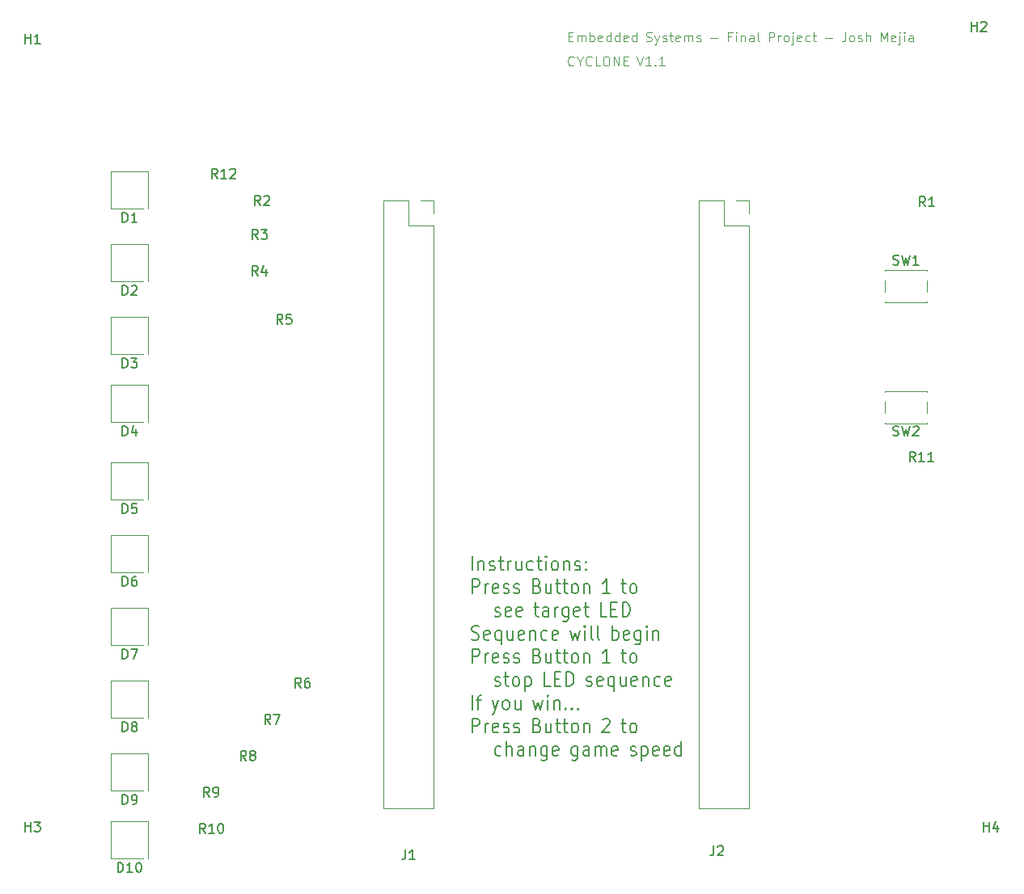
<source format=gbr>
%TF.GenerationSoftware,KiCad,Pcbnew,(7.0.0)*%
%TF.CreationDate,2023-05-31T23:53:27-06:00*%
%TF.ProjectId,Final Project - Shield (2),46696e61-6c20-4507-926f-6a656374202d,rev?*%
%TF.SameCoordinates,Original*%
%TF.FileFunction,Legend,Top*%
%TF.FilePolarity,Positive*%
%FSLAX46Y46*%
G04 Gerber Fmt 4.6, Leading zero omitted, Abs format (unit mm)*
G04 Created by KiCad (PCBNEW (7.0.0)) date 2023-05-31 23:53:27*
%MOMM*%
%LPD*%
G01*
G04 APERTURE LIST*
%ADD10C,0.100000*%
%ADD11C,0.150000*%
%ADD12C,0.120000*%
G04 APERTURE END LIST*
D10*
X148129523Y-53027142D02*
X148081904Y-53074761D01*
X148081904Y-53074761D02*
X147939047Y-53122380D01*
X147939047Y-53122380D02*
X147843809Y-53122380D01*
X147843809Y-53122380D02*
X147700952Y-53074761D01*
X147700952Y-53074761D02*
X147605714Y-52979523D01*
X147605714Y-52979523D02*
X147558095Y-52884285D01*
X147558095Y-52884285D02*
X147510476Y-52693809D01*
X147510476Y-52693809D02*
X147510476Y-52550952D01*
X147510476Y-52550952D02*
X147558095Y-52360476D01*
X147558095Y-52360476D02*
X147605714Y-52265238D01*
X147605714Y-52265238D02*
X147700952Y-52170000D01*
X147700952Y-52170000D02*
X147843809Y-52122380D01*
X147843809Y-52122380D02*
X147939047Y-52122380D01*
X147939047Y-52122380D02*
X148081904Y-52170000D01*
X148081904Y-52170000D02*
X148129523Y-52217619D01*
X148748571Y-52646190D02*
X148748571Y-53122380D01*
X148415238Y-52122380D02*
X148748571Y-52646190D01*
X148748571Y-52646190D02*
X149081904Y-52122380D01*
X149986666Y-53027142D02*
X149939047Y-53074761D01*
X149939047Y-53074761D02*
X149796190Y-53122380D01*
X149796190Y-53122380D02*
X149700952Y-53122380D01*
X149700952Y-53122380D02*
X149558095Y-53074761D01*
X149558095Y-53074761D02*
X149462857Y-52979523D01*
X149462857Y-52979523D02*
X149415238Y-52884285D01*
X149415238Y-52884285D02*
X149367619Y-52693809D01*
X149367619Y-52693809D02*
X149367619Y-52550952D01*
X149367619Y-52550952D02*
X149415238Y-52360476D01*
X149415238Y-52360476D02*
X149462857Y-52265238D01*
X149462857Y-52265238D02*
X149558095Y-52170000D01*
X149558095Y-52170000D02*
X149700952Y-52122380D01*
X149700952Y-52122380D02*
X149796190Y-52122380D01*
X149796190Y-52122380D02*
X149939047Y-52170000D01*
X149939047Y-52170000D02*
X149986666Y-52217619D01*
X150891428Y-53122380D02*
X150415238Y-53122380D01*
X150415238Y-53122380D02*
X150415238Y-52122380D01*
X151415238Y-52122380D02*
X151605714Y-52122380D01*
X151605714Y-52122380D02*
X151700952Y-52170000D01*
X151700952Y-52170000D02*
X151796190Y-52265238D01*
X151796190Y-52265238D02*
X151843809Y-52455714D01*
X151843809Y-52455714D02*
X151843809Y-52789047D01*
X151843809Y-52789047D02*
X151796190Y-52979523D01*
X151796190Y-52979523D02*
X151700952Y-53074761D01*
X151700952Y-53074761D02*
X151605714Y-53122380D01*
X151605714Y-53122380D02*
X151415238Y-53122380D01*
X151415238Y-53122380D02*
X151320000Y-53074761D01*
X151320000Y-53074761D02*
X151224762Y-52979523D01*
X151224762Y-52979523D02*
X151177143Y-52789047D01*
X151177143Y-52789047D02*
X151177143Y-52455714D01*
X151177143Y-52455714D02*
X151224762Y-52265238D01*
X151224762Y-52265238D02*
X151320000Y-52170000D01*
X151320000Y-52170000D02*
X151415238Y-52122380D01*
X152272381Y-53122380D02*
X152272381Y-52122380D01*
X152272381Y-52122380D02*
X152843809Y-53122380D01*
X152843809Y-53122380D02*
X152843809Y-52122380D01*
X153320000Y-52598571D02*
X153653333Y-52598571D01*
X153796190Y-53122380D02*
X153320000Y-53122380D01*
X153320000Y-53122380D02*
X153320000Y-52122380D01*
X153320000Y-52122380D02*
X153796190Y-52122380D01*
X154681905Y-52122380D02*
X155015238Y-53122380D01*
X155015238Y-53122380D02*
X155348571Y-52122380D01*
X156205714Y-53122380D02*
X155634286Y-53122380D01*
X155920000Y-53122380D02*
X155920000Y-52122380D01*
X155920000Y-52122380D02*
X155824762Y-52265238D01*
X155824762Y-52265238D02*
X155729524Y-52360476D01*
X155729524Y-52360476D02*
X155634286Y-52408095D01*
X156634286Y-53027142D02*
X156681905Y-53074761D01*
X156681905Y-53074761D02*
X156634286Y-53122380D01*
X156634286Y-53122380D02*
X156586667Y-53074761D01*
X156586667Y-53074761D02*
X156634286Y-53027142D01*
X156634286Y-53027142D02*
X156634286Y-53122380D01*
X157634285Y-53122380D02*
X157062857Y-53122380D01*
X157348571Y-53122380D02*
X157348571Y-52122380D01*
X157348571Y-52122380D02*
X157253333Y-52265238D01*
X157253333Y-52265238D02*
X157158095Y-52360476D01*
X157158095Y-52360476D02*
X157062857Y-52408095D01*
D11*
X137481428Y-105963571D02*
X137481428Y-104463571D01*
X138124285Y-104963571D02*
X138124285Y-105963571D01*
X138124285Y-105106428D02*
X138188571Y-105035000D01*
X138188571Y-105035000D02*
X138317142Y-104963571D01*
X138317142Y-104963571D02*
X138509999Y-104963571D01*
X138509999Y-104963571D02*
X138638571Y-105035000D01*
X138638571Y-105035000D02*
X138702857Y-105177857D01*
X138702857Y-105177857D02*
X138702857Y-105963571D01*
X139281428Y-105892142D02*
X139410000Y-105963571D01*
X139410000Y-105963571D02*
X139667143Y-105963571D01*
X139667143Y-105963571D02*
X139795714Y-105892142D01*
X139795714Y-105892142D02*
X139860000Y-105749285D01*
X139860000Y-105749285D02*
X139860000Y-105677857D01*
X139860000Y-105677857D02*
X139795714Y-105535000D01*
X139795714Y-105535000D02*
X139667143Y-105463571D01*
X139667143Y-105463571D02*
X139474286Y-105463571D01*
X139474286Y-105463571D02*
X139345714Y-105392142D01*
X139345714Y-105392142D02*
X139281428Y-105249285D01*
X139281428Y-105249285D02*
X139281428Y-105177857D01*
X139281428Y-105177857D02*
X139345714Y-105035000D01*
X139345714Y-105035000D02*
X139474286Y-104963571D01*
X139474286Y-104963571D02*
X139667143Y-104963571D01*
X139667143Y-104963571D02*
X139795714Y-105035000D01*
X140245714Y-104963571D02*
X140760000Y-104963571D01*
X140438571Y-104463571D02*
X140438571Y-105749285D01*
X140438571Y-105749285D02*
X140502857Y-105892142D01*
X140502857Y-105892142D02*
X140631428Y-105963571D01*
X140631428Y-105963571D02*
X140760000Y-105963571D01*
X141210000Y-105963571D02*
X141210000Y-104963571D01*
X141210000Y-105249285D02*
X141274286Y-105106428D01*
X141274286Y-105106428D02*
X141338572Y-105035000D01*
X141338572Y-105035000D02*
X141467143Y-104963571D01*
X141467143Y-104963571D02*
X141595714Y-104963571D01*
X142624286Y-104963571D02*
X142624286Y-105963571D01*
X142045714Y-104963571D02*
X142045714Y-105749285D01*
X142045714Y-105749285D02*
X142110000Y-105892142D01*
X142110000Y-105892142D02*
X142238571Y-105963571D01*
X142238571Y-105963571D02*
X142431428Y-105963571D01*
X142431428Y-105963571D02*
X142560000Y-105892142D01*
X142560000Y-105892142D02*
X142624286Y-105820714D01*
X143845715Y-105892142D02*
X143717143Y-105963571D01*
X143717143Y-105963571D02*
X143460000Y-105963571D01*
X143460000Y-105963571D02*
X143331429Y-105892142D01*
X143331429Y-105892142D02*
X143267143Y-105820714D01*
X143267143Y-105820714D02*
X143202857Y-105677857D01*
X143202857Y-105677857D02*
X143202857Y-105249285D01*
X143202857Y-105249285D02*
X143267143Y-105106428D01*
X143267143Y-105106428D02*
X143331429Y-105035000D01*
X143331429Y-105035000D02*
X143460000Y-104963571D01*
X143460000Y-104963571D02*
X143717143Y-104963571D01*
X143717143Y-104963571D02*
X143845715Y-105035000D01*
X144231429Y-104963571D02*
X144745715Y-104963571D01*
X144424286Y-104463571D02*
X144424286Y-105749285D01*
X144424286Y-105749285D02*
X144488572Y-105892142D01*
X144488572Y-105892142D02*
X144617143Y-105963571D01*
X144617143Y-105963571D02*
X144745715Y-105963571D01*
X145195715Y-105963571D02*
X145195715Y-104963571D01*
X145195715Y-104463571D02*
X145131429Y-104535000D01*
X145131429Y-104535000D02*
X145195715Y-104606428D01*
X145195715Y-104606428D02*
X145260001Y-104535000D01*
X145260001Y-104535000D02*
X145195715Y-104463571D01*
X145195715Y-104463571D02*
X145195715Y-104606428D01*
X146031429Y-105963571D02*
X145902858Y-105892142D01*
X145902858Y-105892142D02*
X145838572Y-105820714D01*
X145838572Y-105820714D02*
X145774286Y-105677857D01*
X145774286Y-105677857D02*
X145774286Y-105249285D01*
X145774286Y-105249285D02*
X145838572Y-105106428D01*
X145838572Y-105106428D02*
X145902858Y-105035000D01*
X145902858Y-105035000D02*
X146031429Y-104963571D01*
X146031429Y-104963571D02*
X146224286Y-104963571D01*
X146224286Y-104963571D02*
X146352858Y-105035000D01*
X146352858Y-105035000D02*
X146417144Y-105106428D01*
X146417144Y-105106428D02*
X146481429Y-105249285D01*
X146481429Y-105249285D02*
X146481429Y-105677857D01*
X146481429Y-105677857D02*
X146417144Y-105820714D01*
X146417144Y-105820714D02*
X146352858Y-105892142D01*
X146352858Y-105892142D02*
X146224286Y-105963571D01*
X146224286Y-105963571D02*
X146031429Y-105963571D01*
X147060001Y-104963571D02*
X147060001Y-105963571D01*
X147060001Y-105106428D02*
X147124287Y-105035000D01*
X147124287Y-105035000D02*
X147252858Y-104963571D01*
X147252858Y-104963571D02*
X147445715Y-104963571D01*
X147445715Y-104963571D02*
X147574287Y-105035000D01*
X147574287Y-105035000D02*
X147638573Y-105177857D01*
X147638573Y-105177857D02*
X147638573Y-105963571D01*
X148217144Y-105892142D02*
X148345716Y-105963571D01*
X148345716Y-105963571D02*
X148602859Y-105963571D01*
X148602859Y-105963571D02*
X148731430Y-105892142D01*
X148731430Y-105892142D02*
X148795716Y-105749285D01*
X148795716Y-105749285D02*
X148795716Y-105677857D01*
X148795716Y-105677857D02*
X148731430Y-105535000D01*
X148731430Y-105535000D02*
X148602859Y-105463571D01*
X148602859Y-105463571D02*
X148410002Y-105463571D01*
X148410002Y-105463571D02*
X148281430Y-105392142D01*
X148281430Y-105392142D02*
X148217144Y-105249285D01*
X148217144Y-105249285D02*
X148217144Y-105177857D01*
X148217144Y-105177857D02*
X148281430Y-105035000D01*
X148281430Y-105035000D02*
X148410002Y-104963571D01*
X148410002Y-104963571D02*
X148602859Y-104963571D01*
X148602859Y-104963571D02*
X148731430Y-105035000D01*
X149374287Y-105820714D02*
X149438573Y-105892142D01*
X149438573Y-105892142D02*
X149374287Y-105963571D01*
X149374287Y-105963571D02*
X149310001Y-105892142D01*
X149310001Y-105892142D02*
X149374287Y-105820714D01*
X149374287Y-105820714D02*
X149374287Y-105963571D01*
X149374287Y-105035000D02*
X149438573Y-105106428D01*
X149438573Y-105106428D02*
X149374287Y-105177857D01*
X149374287Y-105177857D02*
X149310001Y-105106428D01*
X149310001Y-105106428D02*
X149374287Y-105035000D01*
X149374287Y-105035000D02*
X149374287Y-105177857D01*
X137481428Y-108393571D02*
X137481428Y-106893571D01*
X137481428Y-106893571D02*
X137995714Y-106893571D01*
X137995714Y-106893571D02*
X138124285Y-106965000D01*
X138124285Y-106965000D02*
X138188571Y-107036428D01*
X138188571Y-107036428D02*
X138252857Y-107179285D01*
X138252857Y-107179285D02*
X138252857Y-107393571D01*
X138252857Y-107393571D02*
X138188571Y-107536428D01*
X138188571Y-107536428D02*
X138124285Y-107607857D01*
X138124285Y-107607857D02*
X137995714Y-107679285D01*
X137995714Y-107679285D02*
X137481428Y-107679285D01*
X138831428Y-108393571D02*
X138831428Y-107393571D01*
X138831428Y-107679285D02*
X138895714Y-107536428D01*
X138895714Y-107536428D02*
X138960000Y-107465000D01*
X138960000Y-107465000D02*
X139088571Y-107393571D01*
X139088571Y-107393571D02*
X139217142Y-107393571D01*
X140181428Y-108322142D02*
X140052856Y-108393571D01*
X140052856Y-108393571D02*
X139795714Y-108393571D01*
X139795714Y-108393571D02*
X139667142Y-108322142D01*
X139667142Y-108322142D02*
X139602856Y-108179285D01*
X139602856Y-108179285D02*
X139602856Y-107607857D01*
X139602856Y-107607857D02*
X139667142Y-107465000D01*
X139667142Y-107465000D02*
X139795714Y-107393571D01*
X139795714Y-107393571D02*
X140052856Y-107393571D01*
X140052856Y-107393571D02*
X140181428Y-107465000D01*
X140181428Y-107465000D02*
X140245714Y-107607857D01*
X140245714Y-107607857D02*
X140245714Y-107750714D01*
X140245714Y-107750714D02*
X139602856Y-107893571D01*
X140759999Y-108322142D02*
X140888571Y-108393571D01*
X140888571Y-108393571D02*
X141145714Y-108393571D01*
X141145714Y-108393571D02*
X141274285Y-108322142D01*
X141274285Y-108322142D02*
X141338571Y-108179285D01*
X141338571Y-108179285D02*
X141338571Y-108107857D01*
X141338571Y-108107857D02*
X141274285Y-107965000D01*
X141274285Y-107965000D02*
X141145714Y-107893571D01*
X141145714Y-107893571D02*
X140952857Y-107893571D01*
X140952857Y-107893571D02*
X140824285Y-107822142D01*
X140824285Y-107822142D02*
X140759999Y-107679285D01*
X140759999Y-107679285D02*
X140759999Y-107607857D01*
X140759999Y-107607857D02*
X140824285Y-107465000D01*
X140824285Y-107465000D02*
X140952857Y-107393571D01*
X140952857Y-107393571D02*
X141145714Y-107393571D01*
X141145714Y-107393571D02*
X141274285Y-107465000D01*
X141852856Y-108322142D02*
X141981428Y-108393571D01*
X141981428Y-108393571D02*
X142238571Y-108393571D01*
X142238571Y-108393571D02*
X142367142Y-108322142D01*
X142367142Y-108322142D02*
X142431428Y-108179285D01*
X142431428Y-108179285D02*
X142431428Y-108107857D01*
X142431428Y-108107857D02*
X142367142Y-107965000D01*
X142367142Y-107965000D02*
X142238571Y-107893571D01*
X142238571Y-107893571D02*
X142045714Y-107893571D01*
X142045714Y-107893571D02*
X141917142Y-107822142D01*
X141917142Y-107822142D02*
X141852856Y-107679285D01*
X141852856Y-107679285D02*
X141852856Y-107607857D01*
X141852856Y-107607857D02*
X141917142Y-107465000D01*
X141917142Y-107465000D02*
X142045714Y-107393571D01*
X142045714Y-107393571D02*
X142238571Y-107393571D01*
X142238571Y-107393571D02*
X142367142Y-107465000D01*
X144269999Y-107607857D02*
X144462856Y-107679285D01*
X144462856Y-107679285D02*
X144527142Y-107750714D01*
X144527142Y-107750714D02*
X144591428Y-107893571D01*
X144591428Y-107893571D02*
X144591428Y-108107857D01*
X144591428Y-108107857D02*
X144527142Y-108250714D01*
X144527142Y-108250714D02*
X144462856Y-108322142D01*
X144462856Y-108322142D02*
X144334285Y-108393571D01*
X144334285Y-108393571D02*
X143819999Y-108393571D01*
X143819999Y-108393571D02*
X143819999Y-106893571D01*
X143819999Y-106893571D02*
X144269999Y-106893571D01*
X144269999Y-106893571D02*
X144398571Y-106965000D01*
X144398571Y-106965000D02*
X144462856Y-107036428D01*
X144462856Y-107036428D02*
X144527142Y-107179285D01*
X144527142Y-107179285D02*
X144527142Y-107322142D01*
X144527142Y-107322142D02*
X144462856Y-107465000D01*
X144462856Y-107465000D02*
X144398571Y-107536428D01*
X144398571Y-107536428D02*
X144269999Y-107607857D01*
X144269999Y-107607857D02*
X143819999Y-107607857D01*
X145748571Y-107393571D02*
X145748571Y-108393571D01*
X145169999Y-107393571D02*
X145169999Y-108179285D01*
X145169999Y-108179285D02*
X145234285Y-108322142D01*
X145234285Y-108322142D02*
X145362856Y-108393571D01*
X145362856Y-108393571D02*
X145555713Y-108393571D01*
X145555713Y-108393571D02*
X145684285Y-108322142D01*
X145684285Y-108322142D02*
X145748571Y-108250714D01*
X146198571Y-107393571D02*
X146712857Y-107393571D01*
X146391428Y-106893571D02*
X146391428Y-108179285D01*
X146391428Y-108179285D02*
X146455714Y-108322142D01*
X146455714Y-108322142D02*
X146584285Y-108393571D01*
X146584285Y-108393571D02*
X146712857Y-108393571D01*
X146970000Y-107393571D02*
X147484286Y-107393571D01*
X147162857Y-106893571D02*
X147162857Y-108179285D01*
X147162857Y-108179285D02*
X147227143Y-108322142D01*
X147227143Y-108322142D02*
X147355714Y-108393571D01*
X147355714Y-108393571D02*
X147484286Y-108393571D01*
X148127143Y-108393571D02*
X147998572Y-108322142D01*
X147998572Y-108322142D02*
X147934286Y-108250714D01*
X147934286Y-108250714D02*
X147870000Y-108107857D01*
X147870000Y-108107857D02*
X147870000Y-107679285D01*
X147870000Y-107679285D02*
X147934286Y-107536428D01*
X147934286Y-107536428D02*
X147998572Y-107465000D01*
X147998572Y-107465000D02*
X148127143Y-107393571D01*
X148127143Y-107393571D02*
X148320000Y-107393571D01*
X148320000Y-107393571D02*
X148448572Y-107465000D01*
X148448572Y-107465000D02*
X148512858Y-107536428D01*
X148512858Y-107536428D02*
X148577143Y-107679285D01*
X148577143Y-107679285D02*
X148577143Y-108107857D01*
X148577143Y-108107857D02*
X148512858Y-108250714D01*
X148512858Y-108250714D02*
X148448572Y-108322142D01*
X148448572Y-108322142D02*
X148320000Y-108393571D01*
X148320000Y-108393571D02*
X148127143Y-108393571D01*
X149155715Y-107393571D02*
X149155715Y-108393571D01*
X149155715Y-107536428D02*
X149220001Y-107465000D01*
X149220001Y-107465000D02*
X149348572Y-107393571D01*
X149348572Y-107393571D02*
X149541429Y-107393571D01*
X149541429Y-107393571D02*
X149670001Y-107465000D01*
X149670001Y-107465000D02*
X149734287Y-107607857D01*
X149734287Y-107607857D02*
X149734287Y-108393571D01*
X151894287Y-108393571D02*
X151122858Y-108393571D01*
X151508573Y-108393571D02*
X151508573Y-106893571D01*
X151508573Y-106893571D02*
X151380001Y-107107857D01*
X151380001Y-107107857D02*
X151251430Y-107250714D01*
X151251430Y-107250714D02*
X151122858Y-107322142D01*
X153090001Y-107393571D02*
X153604287Y-107393571D01*
X153282858Y-106893571D02*
X153282858Y-108179285D01*
X153282858Y-108179285D02*
X153347144Y-108322142D01*
X153347144Y-108322142D02*
X153475715Y-108393571D01*
X153475715Y-108393571D02*
X153604287Y-108393571D01*
X154247144Y-108393571D02*
X154118573Y-108322142D01*
X154118573Y-108322142D02*
X154054287Y-108250714D01*
X154054287Y-108250714D02*
X153990001Y-108107857D01*
X153990001Y-108107857D02*
X153990001Y-107679285D01*
X153990001Y-107679285D02*
X154054287Y-107536428D01*
X154054287Y-107536428D02*
X154118573Y-107465000D01*
X154118573Y-107465000D02*
X154247144Y-107393571D01*
X154247144Y-107393571D02*
X154440001Y-107393571D01*
X154440001Y-107393571D02*
X154568573Y-107465000D01*
X154568573Y-107465000D02*
X154632859Y-107536428D01*
X154632859Y-107536428D02*
X154697144Y-107679285D01*
X154697144Y-107679285D02*
X154697144Y-108107857D01*
X154697144Y-108107857D02*
X154632859Y-108250714D01*
X154632859Y-108250714D02*
X154568573Y-108322142D01*
X154568573Y-108322142D02*
X154440001Y-108393571D01*
X154440001Y-108393571D02*
X154247144Y-108393571D01*
X139847142Y-110752142D02*
X139975714Y-110823571D01*
X139975714Y-110823571D02*
X140232857Y-110823571D01*
X140232857Y-110823571D02*
X140361428Y-110752142D01*
X140361428Y-110752142D02*
X140425714Y-110609285D01*
X140425714Y-110609285D02*
X140425714Y-110537857D01*
X140425714Y-110537857D02*
X140361428Y-110395000D01*
X140361428Y-110395000D02*
X140232857Y-110323571D01*
X140232857Y-110323571D02*
X140040000Y-110323571D01*
X140040000Y-110323571D02*
X139911428Y-110252142D01*
X139911428Y-110252142D02*
X139847142Y-110109285D01*
X139847142Y-110109285D02*
X139847142Y-110037857D01*
X139847142Y-110037857D02*
X139911428Y-109895000D01*
X139911428Y-109895000D02*
X140040000Y-109823571D01*
X140040000Y-109823571D02*
X140232857Y-109823571D01*
X140232857Y-109823571D02*
X140361428Y-109895000D01*
X141518571Y-110752142D02*
X141389999Y-110823571D01*
X141389999Y-110823571D02*
X141132857Y-110823571D01*
X141132857Y-110823571D02*
X141004285Y-110752142D01*
X141004285Y-110752142D02*
X140939999Y-110609285D01*
X140939999Y-110609285D02*
X140939999Y-110037857D01*
X140939999Y-110037857D02*
X141004285Y-109895000D01*
X141004285Y-109895000D02*
X141132857Y-109823571D01*
X141132857Y-109823571D02*
X141389999Y-109823571D01*
X141389999Y-109823571D02*
X141518571Y-109895000D01*
X141518571Y-109895000D02*
X141582857Y-110037857D01*
X141582857Y-110037857D02*
X141582857Y-110180714D01*
X141582857Y-110180714D02*
X140939999Y-110323571D01*
X142675714Y-110752142D02*
X142547142Y-110823571D01*
X142547142Y-110823571D02*
X142290000Y-110823571D01*
X142290000Y-110823571D02*
X142161428Y-110752142D01*
X142161428Y-110752142D02*
X142097142Y-110609285D01*
X142097142Y-110609285D02*
X142097142Y-110037857D01*
X142097142Y-110037857D02*
X142161428Y-109895000D01*
X142161428Y-109895000D02*
X142290000Y-109823571D01*
X142290000Y-109823571D02*
X142547142Y-109823571D01*
X142547142Y-109823571D02*
X142675714Y-109895000D01*
X142675714Y-109895000D02*
X142740000Y-110037857D01*
X142740000Y-110037857D02*
X142740000Y-110180714D01*
X142740000Y-110180714D02*
X142097142Y-110323571D01*
X143935714Y-109823571D02*
X144450000Y-109823571D01*
X144128571Y-109323571D02*
X144128571Y-110609285D01*
X144128571Y-110609285D02*
X144192857Y-110752142D01*
X144192857Y-110752142D02*
X144321428Y-110823571D01*
X144321428Y-110823571D02*
X144450000Y-110823571D01*
X145478572Y-110823571D02*
X145478572Y-110037857D01*
X145478572Y-110037857D02*
X145414286Y-109895000D01*
X145414286Y-109895000D02*
X145285714Y-109823571D01*
X145285714Y-109823571D02*
X145028572Y-109823571D01*
X145028572Y-109823571D02*
X144900000Y-109895000D01*
X145478572Y-110752142D02*
X145350000Y-110823571D01*
X145350000Y-110823571D02*
X145028572Y-110823571D01*
X145028572Y-110823571D02*
X144900000Y-110752142D01*
X144900000Y-110752142D02*
X144835714Y-110609285D01*
X144835714Y-110609285D02*
X144835714Y-110466428D01*
X144835714Y-110466428D02*
X144900000Y-110323571D01*
X144900000Y-110323571D02*
X145028572Y-110252142D01*
X145028572Y-110252142D02*
X145350000Y-110252142D01*
X145350000Y-110252142D02*
X145478572Y-110180714D01*
X146121429Y-110823571D02*
X146121429Y-109823571D01*
X146121429Y-110109285D02*
X146185715Y-109966428D01*
X146185715Y-109966428D02*
X146250001Y-109895000D01*
X146250001Y-109895000D02*
X146378572Y-109823571D01*
X146378572Y-109823571D02*
X146507143Y-109823571D01*
X147535715Y-109823571D02*
X147535715Y-111037857D01*
X147535715Y-111037857D02*
X147471429Y-111180714D01*
X147471429Y-111180714D02*
X147407143Y-111252142D01*
X147407143Y-111252142D02*
X147278572Y-111323571D01*
X147278572Y-111323571D02*
X147085715Y-111323571D01*
X147085715Y-111323571D02*
X146957143Y-111252142D01*
X147535715Y-110752142D02*
X147407143Y-110823571D01*
X147407143Y-110823571D02*
X147150000Y-110823571D01*
X147150000Y-110823571D02*
X147021429Y-110752142D01*
X147021429Y-110752142D02*
X146957143Y-110680714D01*
X146957143Y-110680714D02*
X146892857Y-110537857D01*
X146892857Y-110537857D02*
X146892857Y-110109285D01*
X146892857Y-110109285D02*
X146957143Y-109966428D01*
X146957143Y-109966428D02*
X147021429Y-109895000D01*
X147021429Y-109895000D02*
X147150000Y-109823571D01*
X147150000Y-109823571D02*
X147407143Y-109823571D01*
X147407143Y-109823571D02*
X147535715Y-109895000D01*
X148692858Y-110752142D02*
X148564286Y-110823571D01*
X148564286Y-110823571D02*
X148307144Y-110823571D01*
X148307144Y-110823571D02*
X148178572Y-110752142D01*
X148178572Y-110752142D02*
X148114286Y-110609285D01*
X148114286Y-110609285D02*
X148114286Y-110037857D01*
X148114286Y-110037857D02*
X148178572Y-109895000D01*
X148178572Y-109895000D02*
X148307144Y-109823571D01*
X148307144Y-109823571D02*
X148564286Y-109823571D01*
X148564286Y-109823571D02*
X148692858Y-109895000D01*
X148692858Y-109895000D02*
X148757144Y-110037857D01*
X148757144Y-110037857D02*
X148757144Y-110180714D01*
X148757144Y-110180714D02*
X148114286Y-110323571D01*
X149142858Y-109823571D02*
X149657144Y-109823571D01*
X149335715Y-109323571D02*
X149335715Y-110609285D01*
X149335715Y-110609285D02*
X149400001Y-110752142D01*
X149400001Y-110752142D02*
X149528572Y-110823571D01*
X149528572Y-110823571D02*
X149657144Y-110823571D01*
X151560001Y-110823571D02*
X150917144Y-110823571D01*
X150917144Y-110823571D02*
X150917144Y-109323571D01*
X152010001Y-110037857D02*
X152460001Y-110037857D01*
X152652858Y-110823571D02*
X152010001Y-110823571D01*
X152010001Y-110823571D02*
X152010001Y-109323571D01*
X152010001Y-109323571D02*
X152652858Y-109323571D01*
X153231430Y-110823571D02*
X153231430Y-109323571D01*
X153231430Y-109323571D02*
X153552859Y-109323571D01*
X153552859Y-109323571D02*
X153745716Y-109395000D01*
X153745716Y-109395000D02*
X153874287Y-109537857D01*
X153874287Y-109537857D02*
X153938573Y-109680714D01*
X153938573Y-109680714D02*
X154002859Y-109966428D01*
X154002859Y-109966428D02*
X154002859Y-110180714D01*
X154002859Y-110180714D02*
X153938573Y-110466428D01*
X153938573Y-110466428D02*
X153874287Y-110609285D01*
X153874287Y-110609285D02*
X153745716Y-110752142D01*
X153745716Y-110752142D02*
X153552859Y-110823571D01*
X153552859Y-110823571D02*
X153231430Y-110823571D01*
X137417142Y-113182142D02*
X137610000Y-113253571D01*
X137610000Y-113253571D02*
X137931428Y-113253571D01*
X137931428Y-113253571D02*
X138060000Y-113182142D01*
X138060000Y-113182142D02*
X138124285Y-113110714D01*
X138124285Y-113110714D02*
X138188571Y-112967857D01*
X138188571Y-112967857D02*
X138188571Y-112825000D01*
X138188571Y-112825000D02*
X138124285Y-112682142D01*
X138124285Y-112682142D02*
X138060000Y-112610714D01*
X138060000Y-112610714D02*
X137931428Y-112539285D01*
X137931428Y-112539285D02*
X137674285Y-112467857D01*
X137674285Y-112467857D02*
X137545714Y-112396428D01*
X137545714Y-112396428D02*
X137481428Y-112325000D01*
X137481428Y-112325000D02*
X137417142Y-112182142D01*
X137417142Y-112182142D02*
X137417142Y-112039285D01*
X137417142Y-112039285D02*
X137481428Y-111896428D01*
X137481428Y-111896428D02*
X137545714Y-111825000D01*
X137545714Y-111825000D02*
X137674285Y-111753571D01*
X137674285Y-111753571D02*
X137995714Y-111753571D01*
X137995714Y-111753571D02*
X138188571Y-111825000D01*
X139281428Y-113182142D02*
X139152856Y-113253571D01*
X139152856Y-113253571D02*
X138895714Y-113253571D01*
X138895714Y-113253571D02*
X138767142Y-113182142D01*
X138767142Y-113182142D02*
X138702856Y-113039285D01*
X138702856Y-113039285D02*
X138702856Y-112467857D01*
X138702856Y-112467857D02*
X138767142Y-112325000D01*
X138767142Y-112325000D02*
X138895714Y-112253571D01*
X138895714Y-112253571D02*
X139152856Y-112253571D01*
X139152856Y-112253571D02*
X139281428Y-112325000D01*
X139281428Y-112325000D02*
X139345714Y-112467857D01*
X139345714Y-112467857D02*
X139345714Y-112610714D01*
X139345714Y-112610714D02*
X138702856Y-112753571D01*
X140502857Y-112253571D02*
X140502857Y-113753571D01*
X140502857Y-113182142D02*
X140374285Y-113253571D01*
X140374285Y-113253571D02*
X140117142Y-113253571D01*
X140117142Y-113253571D02*
X139988571Y-113182142D01*
X139988571Y-113182142D02*
X139924285Y-113110714D01*
X139924285Y-113110714D02*
X139859999Y-112967857D01*
X139859999Y-112967857D02*
X139859999Y-112539285D01*
X139859999Y-112539285D02*
X139924285Y-112396428D01*
X139924285Y-112396428D02*
X139988571Y-112325000D01*
X139988571Y-112325000D02*
X140117142Y-112253571D01*
X140117142Y-112253571D02*
X140374285Y-112253571D01*
X140374285Y-112253571D02*
X140502857Y-112325000D01*
X141724286Y-112253571D02*
X141724286Y-113253571D01*
X141145714Y-112253571D02*
X141145714Y-113039285D01*
X141145714Y-113039285D02*
X141210000Y-113182142D01*
X141210000Y-113182142D02*
X141338571Y-113253571D01*
X141338571Y-113253571D02*
X141531428Y-113253571D01*
X141531428Y-113253571D02*
X141660000Y-113182142D01*
X141660000Y-113182142D02*
X141724286Y-113110714D01*
X142881429Y-113182142D02*
X142752857Y-113253571D01*
X142752857Y-113253571D02*
X142495715Y-113253571D01*
X142495715Y-113253571D02*
X142367143Y-113182142D01*
X142367143Y-113182142D02*
X142302857Y-113039285D01*
X142302857Y-113039285D02*
X142302857Y-112467857D01*
X142302857Y-112467857D02*
X142367143Y-112325000D01*
X142367143Y-112325000D02*
X142495715Y-112253571D01*
X142495715Y-112253571D02*
X142752857Y-112253571D01*
X142752857Y-112253571D02*
X142881429Y-112325000D01*
X142881429Y-112325000D02*
X142945715Y-112467857D01*
X142945715Y-112467857D02*
X142945715Y-112610714D01*
X142945715Y-112610714D02*
X142302857Y-112753571D01*
X143524286Y-112253571D02*
X143524286Y-113253571D01*
X143524286Y-112396428D02*
X143588572Y-112325000D01*
X143588572Y-112325000D02*
X143717143Y-112253571D01*
X143717143Y-112253571D02*
X143910000Y-112253571D01*
X143910000Y-112253571D02*
X144038572Y-112325000D01*
X144038572Y-112325000D02*
X144102858Y-112467857D01*
X144102858Y-112467857D02*
X144102858Y-113253571D01*
X145324287Y-113182142D02*
X145195715Y-113253571D01*
X145195715Y-113253571D02*
X144938572Y-113253571D01*
X144938572Y-113253571D02*
X144810001Y-113182142D01*
X144810001Y-113182142D02*
X144745715Y-113110714D01*
X144745715Y-113110714D02*
X144681429Y-112967857D01*
X144681429Y-112967857D02*
X144681429Y-112539285D01*
X144681429Y-112539285D02*
X144745715Y-112396428D01*
X144745715Y-112396428D02*
X144810001Y-112325000D01*
X144810001Y-112325000D02*
X144938572Y-112253571D01*
X144938572Y-112253571D02*
X145195715Y-112253571D01*
X145195715Y-112253571D02*
X145324287Y-112325000D01*
X146417144Y-113182142D02*
X146288572Y-113253571D01*
X146288572Y-113253571D02*
X146031430Y-113253571D01*
X146031430Y-113253571D02*
X145902858Y-113182142D01*
X145902858Y-113182142D02*
X145838572Y-113039285D01*
X145838572Y-113039285D02*
X145838572Y-112467857D01*
X145838572Y-112467857D02*
X145902858Y-112325000D01*
X145902858Y-112325000D02*
X146031430Y-112253571D01*
X146031430Y-112253571D02*
X146288572Y-112253571D01*
X146288572Y-112253571D02*
X146417144Y-112325000D01*
X146417144Y-112325000D02*
X146481430Y-112467857D01*
X146481430Y-112467857D02*
X146481430Y-112610714D01*
X146481430Y-112610714D02*
X145838572Y-112753571D01*
X147741430Y-112253571D02*
X147998573Y-113253571D01*
X147998573Y-113253571D02*
X148255715Y-112539285D01*
X148255715Y-112539285D02*
X148512858Y-113253571D01*
X148512858Y-113253571D02*
X148770001Y-112253571D01*
X149284287Y-113253571D02*
X149284287Y-112253571D01*
X149284287Y-111753571D02*
X149220001Y-111825000D01*
X149220001Y-111825000D02*
X149284287Y-111896428D01*
X149284287Y-111896428D02*
X149348573Y-111825000D01*
X149348573Y-111825000D02*
X149284287Y-111753571D01*
X149284287Y-111753571D02*
X149284287Y-111896428D01*
X150120001Y-113253571D02*
X149991430Y-113182142D01*
X149991430Y-113182142D02*
X149927144Y-113039285D01*
X149927144Y-113039285D02*
X149927144Y-111753571D01*
X150827144Y-113253571D02*
X150698573Y-113182142D01*
X150698573Y-113182142D02*
X150634287Y-113039285D01*
X150634287Y-113039285D02*
X150634287Y-111753571D01*
X152151430Y-113253571D02*
X152151430Y-111753571D01*
X152151430Y-112325000D02*
X152280002Y-112253571D01*
X152280002Y-112253571D02*
X152537144Y-112253571D01*
X152537144Y-112253571D02*
X152665716Y-112325000D01*
X152665716Y-112325000D02*
X152730002Y-112396428D01*
X152730002Y-112396428D02*
X152794287Y-112539285D01*
X152794287Y-112539285D02*
X152794287Y-112967857D01*
X152794287Y-112967857D02*
X152730002Y-113110714D01*
X152730002Y-113110714D02*
X152665716Y-113182142D01*
X152665716Y-113182142D02*
X152537144Y-113253571D01*
X152537144Y-113253571D02*
X152280002Y-113253571D01*
X152280002Y-113253571D02*
X152151430Y-113182142D01*
X153887145Y-113182142D02*
X153758573Y-113253571D01*
X153758573Y-113253571D02*
X153501431Y-113253571D01*
X153501431Y-113253571D02*
X153372859Y-113182142D01*
X153372859Y-113182142D02*
X153308573Y-113039285D01*
X153308573Y-113039285D02*
X153308573Y-112467857D01*
X153308573Y-112467857D02*
X153372859Y-112325000D01*
X153372859Y-112325000D02*
X153501431Y-112253571D01*
X153501431Y-112253571D02*
X153758573Y-112253571D01*
X153758573Y-112253571D02*
X153887145Y-112325000D01*
X153887145Y-112325000D02*
X153951431Y-112467857D01*
X153951431Y-112467857D02*
X153951431Y-112610714D01*
X153951431Y-112610714D02*
X153308573Y-112753571D01*
X155108574Y-112253571D02*
X155108574Y-113467857D01*
X155108574Y-113467857D02*
X155044288Y-113610714D01*
X155044288Y-113610714D02*
X154980002Y-113682142D01*
X154980002Y-113682142D02*
X154851431Y-113753571D01*
X154851431Y-113753571D02*
X154658574Y-113753571D01*
X154658574Y-113753571D02*
X154530002Y-113682142D01*
X155108574Y-113182142D02*
X154980002Y-113253571D01*
X154980002Y-113253571D02*
X154722859Y-113253571D01*
X154722859Y-113253571D02*
X154594288Y-113182142D01*
X154594288Y-113182142D02*
X154530002Y-113110714D01*
X154530002Y-113110714D02*
X154465716Y-112967857D01*
X154465716Y-112967857D02*
X154465716Y-112539285D01*
X154465716Y-112539285D02*
X154530002Y-112396428D01*
X154530002Y-112396428D02*
X154594288Y-112325000D01*
X154594288Y-112325000D02*
X154722859Y-112253571D01*
X154722859Y-112253571D02*
X154980002Y-112253571D01*
X154980002Y-112253571D02*
X155108574Y-112325000D01*
X155751431Y-113253571D02*
X155751431Y-112253571D01*
X155751431Y-111753571D02*
X155687145Y-111825000D01*
X155687145Y-111825000D02*
X155751431Y-111896428D01*
X155751431Y-111896428D02*
X155815717Y-111825000D01*
X155815717Y-111825000D02*
X155751431Y-111753571D01*
X155751431Y-111753571D02*
X155751431Y-111896428D01*
X156394288Y-112253571D02*
X156394288Y-113253571D01*
X156394288Y-112396428D02*
X156458574Y-112325000D01*
X156458574Y-112325000D02*
X156587145Y-112253571D01*
X156587145Y-112253571D02*
X156780002Y-112253571D01*
X156780002Y-112253571D02*
X156908574Y-112325000D01*
X156908574Y-112325000D02*
X156972860Y-112467857D01*
X156972860Y-112467857D02*
X156972860Y-113253571D01*
X137481428Y-115683571D02*
X137481428Y-114183571D01*
X137481428Y-114183571D02*
X137995714Y-114183571D01*
X137995714Y-114183571D02*
X138124285Y-114255000D01*
X138124285Y-114255000D02*
X138188571Y-114326428D01*
X138188571Y-114326428D02*
X138252857Y-114469285D01*
X138252857Y-114469285D02*
X138252857Y-114683571D01*
X138252857Y-114683571D02*
X138188571Y-114826428D01*
X138188571Y-114826428D02*
X138124285Y-114897857D01*
X138124285Y-114897857D02*
X137995714Y-114969285D01*
X137995714Y-114969285D02*
X137481428Y-114969285D01*
X138831428Y-115683571D02*
X138831428Y-114683571D01*
X138831428Y-114969285D02*
X138895714Y-114826428D01*
X138895714Y-114826428D02*
X138960000Y-114755000D01*
X138960000Y-114755000D02*
X139088571Y-114683571D01*
X139088571Y-114683571D02*
X139217142Y-114683571D01*
X140181428Y-115612142D02*
X140052856Y-115683571D01*
X140052856Y-115683571D02*
X139795714Y-115683571D01*
X139795714Y-115683571D02*
X139667142Y-115612142D01*
X139667142Y-115612142D02*
X139602856Y-115469285D01*
X139602856Y-115469285D02*
X139602856Y-114897857D01*
X139602856Y-114897857D02*
X139667142Y-114755000D01*
X139667142Y-114755000D02*
X139795714Y-114683571D01*
X139795714Y-114683571D02*
X140052856Y-114683571D01*
X140052856Y-114683571D02*
X140181428Y-114755000D01*
X140181428Y-114755000D02*
X140245714Y-114897857D01*
X140245714Y-114897857D02*
X140245714Y-115040714D01*
X140245714Y-115040714D02*
X139602856Y-115183571D01*
X140759999Y-115612142D02*
X140888571Y-115683571D01*
X140888571Y-115683571D02*
X141145714Y-115683571D01*
X141145714Y-115683571D02*
X141274285Y-115612142D01*
X141274285Y-115612142D02*
X141338571Y-115469285D01*
X141338571Y-115469285D02*
X141338571Y-115397857D01*
X141338571Y-115397857D02*
X141274285Y-115255000D01*
X141274285Y-115255000D02*
X141145714Y-115183571D01*
X141145714Y-115183571D02*
X140952857Y-115183571D01*
X140952857Y-115183571D02*
X140824285Y-115112142D01*
X140824285Y-115112142D02*
X140759999Y-114969285D01*
X140759999Y-114969285D02*
X140759999Y-114897857D01*
X140759999Y-114897857D02*
X140824285Y-114755000D01*
X140824285Y-114755000D02*
X140952857Y-114683571D01*
X140952857Y-114683571D02*
X141145714Y-114683571D01*
X141145714Y-114683571D02*
X141274285Y-114755000D01*
X141852856Y-115612142D02*
X141981428Y-115683571D01*
X141981428Y-115683571D02*
X142238571Y-115683571D01*
X142238571Y-115683571D02*
X142367142Y-115612142D01*
X142367142Y-115612142D02*
X142431428Y-115469285D01*
X142431428Y-115469285D02*
X142431428Y-115397857D01*
X142431428Y-115397857D02*
X142367142Y-115255000D01*
X142367142Y-115255000D02*
X142238571Y-115183571D01*
X142238571Y-115183571D02*
X142045714Y-115183571D01*
X142045714Y-115183571D02*
X141917142Y-115112142D01*
X141917142Y-115112142D02*
X141852856Y-114969285D01*
X141852856Y-114969285D02*
X141852856Y-114897857D01*
X141852856Y-114897857D02*
X141917142Y-114755000D01*
X141917142Y-114755000D02*
X142045714Y-114683571D01*
X142045714Y-114683571D02*
X142238571Y-114683571D01*
X142238571Y-114683571D02*
X142367142Y-114755000D01*
X144269999Y-114897857D02*
X144462856Y-114969285D01*
X144462856Y-114969285D02*
X144527142Y-115040714D01*
X144527142Y-115040714D02*
X144591428Y-115183571D01*
X144591428Y-115183571D02*
X144591428Y-115397857D01*
X144591428Y-115397857D02*
X144527142Y-115540714D01*
X144527142Y-115540714D02*
X144462856Y-115612142D01*
X144462856Y-115612142D02*
X144334285Y-115683571D01*
X144334285Y-115683571D02*
X143819999Y-115683571D01*
X143819999Y-115683571D02*
X143819999Y-114183571D01*
X143819999Y-114183571D02*
X144269999Y-114183571D01*
X144269999Y-114183571D02*
X144398571Y-114255000D01*
X144398571Y-114255000D02*
X144462856Y-114326428D01*
X144462856Y-114326428D02*
X144527142Y-114469285D01*
X144527142Y-114469285D02*
X144527142Y-114612142D01*
X144527142Y-114612142D02*
X144462856Y-114755000D01*
X144462856Y-114755000D02*
X144398571Y-114826428D01*
X144398571Y-114826428D02*
X144269999Y-114897857D01*
X144269999Y-114897857D02*
X143819999Y-114897857D01*
X145748571Y-114683571D02*
X145748571Y-115683571D01*
X145169999Y-114683571D02*
X145169999Y-115469285D01*
X145169999Y-115469285D02*
X145234285Y-115612142D01*
X145234285Y-115612142D02*
X145362856Y-115683571D01*
X145362856Y-115683571D02*
X145555713Y-115683571D01*
X145555713Y-115683571D02*
X145684285Y-115612142D01*
X145684285Y-115612142D02*
X145748571Y-115540714D01*
X146198571Y-114683571D02*
X146712857Y-114683571D01*
X146391428Y-114183571D02*
X146391428Y-115469285D01*
X146391428Y-115469285D02*
X146455714Y-115612142D01*
X146455714Y-115612142D02*
X146584285Y-115683571D01*
X146584285Y-115683571D02*
X146712857Y-115683571D01*
X146970000Y-114683571D02*
X147484286Y-114683571D01*
X147162857Y-114183571D02*
X147162857Y-115469285D01*
X147162857Y-115469285D02*
X147227143Y-115612142D01*
X147227143Y-115612142D02*
X147355714Y-115683571D01*
X147355714Y-115683571D02*
X147484286Y-115683571D01*
X148127143Y-115683571D02*
X147998572Y-115612142D01*
X147998572Y-115612142D02*
X147934286Y-115540714D01*
X147934286Y-115540714D02*
X147870000Y-115397857D01*
X147870000Y-115397857D02*
X147870000Y-114969285D01*
X147870000Y-114969285D02*
X147934286Y-114826428D01*
X147934286Y-114826428D02*
X147998572Y-114755000D01*
X147998572Y-114755000D02*
X148127143Y-114683571D01*
X148127143Y-114683571D02*
X148320000Y-114683571D01*
X148320000Y-114683571D02*
X148448572Y-114755000D01*
X148448572Y-114755000D02*
X148512858Y-114826428D01*
X148512858Y-114826428D02*
X148577143Y-114969285D01*
X148577143Y-114969285D02*
X148577143Y-115397857D01*
X148577143Y-115397857D02*
X148512858Y-115540714D01*
X148512858Y-115540714D02*
X148448572Y-115612142D01*
X148448572Y-115612142D02*
X148320000Y-115683571D01*
X148320000Y-115683571D02*
X148127143Y-115683571D01*
X149155715Y-114683571D02*
X149155715Y-115683571D01*
X149155715Y-114826428D02*
X149220001Y-114755000D01*
X149220001Y-114755000D02*
X149348572Y-114683571D01*
X149348572Y-114683571D02*
X149541429Y-114683571D01*
X149541429Y-114683571D02*
X149670001Y-114755000D01*
X149670001Y-114755000D02*
X149734287Y-114897857D01*
X149734287Y-114897857D02*
X149734287Y-115683571D01*
X151894287Y-115683571D02*
X151122858Y-115683571D01*
X151508573Y-115683571D02*
X151508573Y-114183571D01*
X151508573Y-114183571D02*
X151380001Y-114397857D01*
X151380001Y-114397857D02*
X151251430Y-114540714D01*
X151251430Y-114540714D02*
X151122858Y-114612142D01*
X153090001Y-114683571D02*
X153604287Y-114683571D01*
X153282858Y-114183571D02*
X153282858Y-115469285D01*
X153282858Y-115469285D02*
X153347144Y-115612142D01*
X153347144Y-115612142D02*
X153475715Y-115683571D01*
X153475715Y-115683571D02*
X153604287Y-115683571D01*
X154247144Y-115683571D02*
X154118573Y-115612142D01*
X154118573Y-115612142D02*
X154054287Y-115540714D01*
X154054287Y-115540714D02*
X153990001Y-115397857D01*
X153990001Y-115397857D02*
X153990001Y-114969285D01*
X153990001Y-114969285D02*
X154054287Y-114826428D01*
X154054287Y-114826428D02*
X154118573Y-114755000D01*
X154118573Y-114755000D02*
X154247144Y-114683571D01*
X154247144Y-114683571D02*
X154440001Y-114683571D01*
X154440001Y-114683571D02*
X154568573Y-114755000D01*
X154568573Y-114755000D02*
X154632859Y-114826428D01*
X154632859Y-114826428D02*
X154697144Y-114969285D01*
X154697144Y-114969285D02*
X154697144Y-115397857D01*
X154697144Y-115397857D02*
X154632859Y-115540714D01*
X154632859Y-115540714D02*
X154568573Y-115612142D01*
X154568573Y-115612142D02*
X154440001Y-115683571D01*
X154440001Y-115683571D02*
X154247144Y-115683571D01*
X139847142Y-118042142D02*
X139975714Y-118113571D01*
X139975714Y-118113571D02*
X140232857Y-118113571D01*
X140232857Y-118113571D02*
X140361428Y-118042142D01*
X140361428Y-118042142D02*
X140425714Y-117899285D01*
X140425714Y-117899285D02*
X140425714Y-117827857D01*
X140425714Y-117827857D02*
X140361428Y-117685000D01*
X140361428Y-117685000D02*
X140232857Y-117613571D01*
X140232857Y-117613571D02*
X140040000Y-117613571D01*
X140040000Y-117613571D02*
X139911428Y-117542142D01*
X139911428Y-117542142D02*
X139847142Y-117399285D01*
X139847142Y-117399285D02*
X139847142Y-117327857D01*
X139847142Y-117327857D02*
X139911428Y-117185000D01*
X139911428Y-117185000D02*
X140040000Y-117113571D01*
X140040000Y-117113571D02*
X140232857Y-117113571D01*
X140232857Y-117113571D02*
X140361428Y-117185000D01*
X140811428Y-117113571D02*
X141325714Y-117113571D01*
X141004285Y-116613571D02*
X141004285Y-117899285D01*
X141004285Y-117899285D02*
X141068571Y-118042142D01*
X141068571Y-118042142D02*
X141197142Y-118113571D01*
X141197142Y-118113571D02*
X141325714Y-118113571D01*
X141968571Y-118113571D02*
X141840000Y-118042142D01*
X141840000Y-118042142D02*
X141775714Y-117970714D01*
X141775714Y-117970714D02*
X141711428Y-117827857D01*
X141711428Y-117827857D02*
X141711428Y-117399285D01*
X141711428Y-117399285D02*
X141775714Y-117256428D01*
X141775714Y-117256428D02*
X141840000Y-117185000D01*
X141840000Y-117185000D02*
X141968571Y-117113571D01*
X141968571Y-117113571D02*
X142161428Y-117113571D01*
X142161428Y-117113571D02*
X142290000Y-117185000D01*
X142290000Y-117185000D02*
X142354286Y-117256428D01*
X142354286Y-117256428D02*
X142418571Y-117399285D01*
X142418571Y-117399285D02*
X142418571Y-117827857D01*
X142418571Y-117827857D02*
X142354286Y-117970714D01*
X142354286Y-117970714D02*
X142290000Y-118042142D01*
X142290000Y-118042142D02*
X142161428Y-118113571D01*
X142161428Y-118113571D02*
X141968571Y-118113571D01*
X142997143Y-117113571D02*
X142997143Y-118613571D01*
X142997143Y-117185000D02*
X143125715Y-117113571D01*
X143125715Y-117113571D02*
X143382857Y-117113571D01*
X143382857Y-117113571D02*
X143511429Y-117185000D01*
X143511429Y-117185000D02*
X143575715Y-117256428D01*
X143575715Y-117256428D02*
X143640000Y-117399285D01*
X143640000Y-117399285D02*
X143640000Y-117827857D01*
X143640000Y-117827857D02*
X143575715Y-117970714D01*
X143575715Y-117970714D02*
X143511429Y-118042142D01*
X143511429Y-118042142D02*
X143382857Y-118113571D01*
X143382857Y-118113571D02*
X143125715Y-118113571D01*
X143125715Y-118113571D02*
X142997143Y-118042142D01*
X145671429Y-118113571D02*
X145028572Y-118113571D01*
X145028572Y-118113571D02*
X145028572Y-116613571D01*
X146121429Y-117327857D02*
X146571429Y-117327857D01*
X146764286Y-118113571D02*
X146121429Y-118113571D01*
X146121429Y-118113571D02*
X146121429Y-116613571D01*
X146121429Y-116613571D02*
X146764286Y-116613571D01*
X147342858Y-118113571D02*
X147342858Y-116613571D01*
X147342858Y-116613571D02*
X147664287Y-116613571D01*
X147664287Y-116613571D02*
X147857144Y-116685000D01*
X147857144Y-116685000D02*
X147985715Y-116827857D01*
X147985715Y-116827857D02*
X148050001Y-116970714D01*
X148050001Y-116970714D02*
X148114287Y-117256428D01*
X148114287Y-117256428D02*
X148114287Y-117470714D01*
X148114287Y-117470714D02*
X148050001Y-117756428D01*
X148050001Y-117756428D02*
X147985715Y-117899285D01*
X147985715Y-117899285D02*
X147857144Y-118042142D01*
X147857144Y-118042142D02*
X147664287Y-118113571D01*
X147664287Y-118113571D02*
X147342858Y-118113571D01*
X149438572Y-118042142D02*
X149567144Y-118113571D01*
X149567144Y-118113571D02*
X149824287Y-118113571D01*
X149824287Y-118113571D02*
X149952858Y-118042142D01*
X149952858Y-118042142D02*
X150017144Y-117899285D01*
X150017144Y-117899285D02*
X150017144Y-117827857D01*
X150017144Y-117827857D02*
X149952858Y-117685000D01*
X149952858Y-117685000D02*
X149824287Y-117613571D01*
X149824287Y-117613571D02*
X149631430Y-117613571D01*
X149631430Y-117613571D02*
X149502858Y-117542142D01*
X149502858Y-117542142D02*
X149438572Y-117399285D01*
X149438572Y-117399285D02*
X149438572Y-117327857D01*
X149438572Y-117327857D02*
X149502858Y-117185000D01*
X149502858Y-117185000D02*
X149631430Y-117113571D01*
X149631430Y-117113571D02*
X149824287Y-117113571D01*
X149824287Y-117113571D02*
X149952858Y-117185000D01*
X151110001Y-118042142D02*
X150981429Y-118113571D01*
X150981429Y-118113571D02*
X150724287Y-118113571D01*
X150724287Y-118113571D02*
X150595715Y-118042142D01*
X150595715Y-118042142D02*
X150531429Y-117899285D01*
X150531429Y-117899285D02*
X150531429Y-117327857D01*
X150531429Y-117327857D02*
X150595715Y-117185000D01*
X150595715Y-117185000D02*
X150724287Y-117113571D01*
X150724287Y-117113571D02*
X150981429Y-117113571D01*
X150981429Y-117113571D02*
X151110001Y-117185000D01*
X151110001Y-117185000D02*
X151174287Y-117327857D01*
X151174287Y-117327857D02*
X151174287Y-117470714D01*
X151174287Y-117470714D02*
X150531429Y-117613571D01*
X152331430Y-117113571D02*
X152331430Y-118613571D01*
X152331430Y-118042142D02*
X152202858Y-118113571D01*
X152202858Y-118113571D02*
X151945715Y-118113571D01*
X151945715Y-118113571D02*
X151817144Y-118042142D01*
X151817144Y-118042142D02*
X151752858Y-117970714D01*
X151752858Y-117970714D02*
X151688572Y-117827857D01*
X151688572Y-117827857D02*
X151688572Y-117399285D01*
X151688572Y-117399285D02*
X151752858Y-117256428D01*
X151752858Y-117256428D02*
X151817144Y-117185000D01*
X151817144Y-117185000D02*
X151945715Y-117113571D01*
X151945715Y-117113571D02*
X152202858Y-117113571D01*
X152202858Y-117113571D02*
X152331430Y-117185000D01*
X153552859Y-117113571D02*
X153552859Y-118113571D01*
X152974287Y-117113571D02*
X152974287Y-117899285D01*
X152974287Y-117899285D02*
X153038573Y-118042142D01*
X153038573Y-118042142D02*
X153167144Y-118113571D01*
X153167144Y-118113571D02*
X153360001Y-118113571D01*
X153360001Y-118113571D02*
X153488573Y-118042142D01*
X153488573Y-118042142D02*
X153552859Y-117970714D01*
X154710002Y-118042142D02*
X154581430Y-118113571D01*
X154581430Y-118113571D02*
X154324288Y-118113571D01*
X154324288Y-118113571D02*
X154195716Y-118042142D01*
X154195716Y-118042142D02*
X154131430Y-117899285D01*
X154131430Y-117899285D02*
X154131430Y-117327857D01*
X154131430Y-117327857D02*
X154195716Y-117185000D01*
X154195716Y-117185000D02*
X154324288Y-117113571D01*
X154324288Y-117113571D02*
X154581430Y-117113571D01*
X154581430Y-117113571D02*
X154710002Y-117185000D01*
X154710002Y-117185000D02*
X154774288Y-117327857D01*
X154774288Y-117327857D02*
X154774288Y-117470714D01*
X154774288Y-117470714D02*
X154131430Y-117613571D01*
X155352859Y-117113571D02*
X155352859Y-118113571D01*
X155352859Y-117256428D02*
X155417145Y-117185000D01*
X155417145Y-117185000D02*
X155545716Y-117113571D01*
X155545716Y-117113571D02*
X155738573Y-117113571D01*
X155738573Y-117113571D02*
X155867145Y-117185000D01*
X155867145Y-117185000D02*
X155931431Y-117327857D01*
X155931431Y-117327857D02*
X155931431Y-118113571D01*
X157152860Y-118042142D02*
X157024288Y-118113571D01*
X157024288Y-118113571D02*
X156767145Y-118113571D01*
X156767145Y-118113571D02*
X156638574Y-118042142D01*
X156638574Y-118042142D02*
X156574288Y-117970714D01*
X156574288Y-117970714D02*
X156510002Y-117827857D01*
X156510002Y-117827857D02*
X156510002Y-117399285D01*
X156510002Y-117399285D02*
X156574288Y-117256428D01*
X156574288Y-117256428D02*
X156638574Y-117185000D01*
X156638574Y-117185000D02*
X156767145Y-117113571D01*
X156767145Y-117113571D02*
X157024288Y-117113571D01*
X157024288Y-117113571D02*
X157152860Y-117185000D01*
X158245717Y-118042142D02*
X158117145Y-118113571D01*
X158117145Y-118113571D02*
X157860003Y-118113571D01*
X157860003Y-118113571D02*
X157731431Y-118042142D01*
X157731431Y-118042142D02*
X157667145Y-117899285D01*
X157667145Y-117899285D02*
X157667145Y-117327857D01*
X157667145Y-117327857D02*
X157731431Y-117185000D01*
X157731431Y-117185000D02*
X157860003Y-117113571D01*
X157860003Y-117113571D02*
X158117145Y-117113571D01*
X158117145Y-117113571D02*
X158245717Y-117185000D01*
X158245717Y-117185000D02*
X158310003Y-117327857D01*
X158310003Y-117327857D02*
X158310003Y-117470714D01*
X158310003Y-117470714D02*
X157667145Y-117613571D01*
X137481428Y-120543571D02*
X137481428Y-119043571D01*
X137931428Y-119543571D02*
X138445714Y-119543571D01*
X138124285Y-120543571D02*
X138124285Y-119257857D01*
X138124285Y-119257857D02*
X138188571Y-119115000D01*
X138188571Y-119115000D02*
X138317142Y-119043571D01*
X138317142Y-119043571D02*
X138445714Y-119043571D01*
X139577143Y-119543571D02*
X139898571Y-120543571D01*
X140220000Y-119543571D02*
X139898571Y-120543571D01*
X139898571Y-120543571D02*
X139770000Y-120900714D01*
X139770000Y-120900714D02*
X139705714Y-120972142D01*
X139705714Y-120972142D02*
X139577143Y-121043571D01*
X140927142Y-120543571D02*
X140798571Y-120472142D01*
X140798571Y-120472142D02*
X140734285Y-120400714D01*
X140734285Y-120400714D02*
X140669999Y-120257857D01*
X140669999Y-120257857D02*
X140669999Y-119829285D01*
X140669999Y-119829285D02*
X140734285Y-119686428D01*
X140734285Y-119686428D02*
X140798571Y-119615000D01*
X140798571Y-119615000D02*
X140927142Y-119543571D01*
X140927142Y-119543571D02*
X141119999Y-119543571D01*
X141119999Y-119543571D02*
X141248571Y-119615000D01*
X141248571Y-119615000D02*
X141312857Y-119686428D01*
X141312857Y-119686428D02*
X141377142Y-119829285D01*
X141377142Y-119829285D02*
X141377142Y-120257857D01*
X141377142Y-120257857D02*
X141312857Y-120400714D01*
X141312857Y-120400714D02*
X141248571Y-120472142D01*
X141248571Y-120472142D02*
X141119999Y-120543571D01*
X141119999Y-120543571D02*
X140927142Y-120543571D01*
X142534286Y-119543571D02*
X142534286Y-120543571D01*
X141955714Y-119543571D02*
X141955714Y-120329285D01*
X141955714Y-120329285D02*
X142020000Y-120472142D01*
X142020000Y-120472142D02*
X142148571Y-120543571D01*
X142148571Y-120543571D02*
X142341428Y-120543571D01*
X142341428Y-120543571D02*
X142470000Y-120472142D01*
X142470000Y-120472142D02*
X142534286Y-120400714D01*
X143858572Y-119543571D02*
X144115715Y-120543571D01*
X144115715Y-120543571D02*
X144372857Y-119829285D01*
X144372857Y-119829285D02*
X144630000Y-120543571D01*
X144630000Y-120543571D02*
X144887143Y-119543571D01*
X145401429Y-120543571D02*
X145401429Y-119543571D01*
X145401429Y-119043571D02*
X145337143Y-119115000D01*
X145337143Y-119115000D02*
X145401429Y-119186428D01*
X145401429Y-119186428D02*
X145465715Y-119115000D01*
X145465715Y-119115000D02*
X145401429Y-119043571D01*
X145401429Y-119043571D02*
X145401429Y-119186428D01*
X146044286Y-119543571D02*
X146044286Y-120543571D01*
X146044286Y-119686428D02*
X146108572Y-119615000D01*
X146108572Y-119615000D02*
X146237143Y-119543571D01*
X146237143Y-119543571D02*
X146430000Y-119543571D01*
X146430000Y-119543571D02*
X146558572Y-119615000D01*
X146558572Y-119615000D02*
X146622858Y-119757857D01*
X146622858Y-119757857D02*
X146622858Y-120543571D01*
X147265715Y-120400714D02*
X147330001Y-120472142D01*
X147330001Y-120472142D02*
X147265715Y-120543571D01*
X147265715Y-120543571D02*
X147201429Y-120472142D01*
X147201429Y-120472142D02*
X147265715Y-120400714D01*
X147265715Y-120400714D02*
X147265715Y-120543571D01*
X147908572Y-120400714D02*
X147972858Y-120472142D01*
X147972858Y-120472142D02*
X147908572Y-120543571D01*
X147908572Y-120543571D02*
X147844286Y-120472142D01*
X147844286Y-120472142D02*
X147908572Y-120400714D01*
X147908572Y-120400714D02*
X147908572Y-120543571D01*
X148551429Y-120400714D02*
X148615715Y-120472142D01*
X148615715Y-120472142D02*
X148551429Y-120543571D01*
X148551429Y-120543571D02*
X148487143Y-120472142D01*
X148487143Y-120472142D02*
X148551429Y-120400714D01*
X148551429Y-120400714D02*
X148551429Y-120543571D01*
X137481428Y-122973571D02*
X137481428Y-121473571D01*
X137481428Y-121473571D02*
X137995714Y-121473571D01*
X137995714Y-121473571D02*
X138124285Y-121545000D01*
X138124285Y-121545000D02*
X138188571Y-121616428D01*
X138188571Y-121616428D02*
X138252857Y-121759285D01*
X138252857Y-121759285D02*
X138252857Y-121973571D01*
X138252857Y-121973571D02*
X138188571Y-122116428D01*
X138188571Y-122116428D02*
X138124285Y-122187857D01*
X138124285Y-122187857D02*
X137995714Y-122259285D01*
X137995714Y-122259285D02*
X137481428Y-122259285D01*
X138831428Y-122973571D02*
X138831428Y-121973571D01*
X138831428Y-122259285D02*
X138895714Y-122116428D01*
X138895714Y-122116428D02*
X138960000Y-122045000D01*
X138960000Y-122045000D02*
X139088571Y-121973571D01*
X139088571Y-121973571D02*
X139217142Y-121973571D01*
X140181428Y-122902142D02*
X140052856Y-122973571D01*
X140052856Y-122973571D02*
X139795714Y-122973571D01*
X139795714Y-122973571D02*
X139667142Y-122902142D01*
X139667142Y-122902142D02*
X139602856Y-122759285D01*
X139602856Y-122759285D02*
X139602856Y-122187857D01*
X139602856Y-122187857D02*
X139667142Y-122045000D01*
X139667142Y-122045000D02*
X139795714Y-121973571D01*
X139795714Y-121973571D02*
X140052856Y-121973571D01*
X140052856Y-121973571D02*
X140181428Y-122045000D01*
X140181428Y-122045000D02*
X140245714Y-122187857D01*
X140245714Y-122187857D02*
X140245714Y-122330714D01*
X140245714Y-122330714D02*
X139602856Y-122473571D01*
X140759999Y-122902142D02*
X140888571Y-122973571D01*
X140888571Y-122973571D02*
X141145714Y-122973571D01*
X141145714Y-122973571D02*
X141274285Y-122902142D01*
X141274285Y-122902142D02*
X141338571Y-122759285D01*
X141338571Y-122759285D02*
X141338571Y-122687857D01*
X141338571Y-122687857D02*
X141274285Y-122545000D01*
X141274285Y-122545000D02*
X141145714Y-122473571D01*
X141145714Y-122473571D02*
X140952857Y-122473571D01*
X140952857Y-122473571D02*
X140824285Y-122402142D01*
X140824285Y-122402142D02*
X140759999Y-122259285D01*
X140759999Y-122259285D02*
X140759999Y-122187857D01*
X140759999Y-122187857D02*
X140824285Y-122045000D01*
X140824285Y-122045000D02*
X140952857Y-121973571D01*
X140952857Y-121973571D02*
X141145714Y-121973571D01*
X141145714Y-121973571D02*
X141274285Y-122045000D01*
X141852856Y-122902142D02*
X141981428Y-122973571D01*
X141981428Y-122973571D02*
X142238571Y-122973571D01*
X142238571Y-122973571D02*
X142367142Y-122902142D01*
X142367142Y-122902142D02*
X142431428Y-122759285D01*
X142431428Y-122759285D02*
X142431428Y-122687857D01*
X142431428Y-122687857D02*
X142367142Y-122545000D01*
X142367142Y-122545000D02*
X142238571Y-122473571D01*
X142238571Y-122473571D02*
X142045714Y-122473571D01*
X142045714Y-122473571D02*
X141917142Y-122402142D01*
X141917142Y-122402142D02*
X141852856Y-122259285D01*
X141852856Y-122259285D02*
X141852856Y-122187857D01*
X141852856Y-122187857D02*
X141917142Y-122045000D01*
X141917142Y-122045000D02*
X142045714Y-121973571D01*
X142045714Y-121973571D02*
X142238571Y-121973571D01*
X142238571Y-121973571D02*
X142367142Y-122045000D01*
X144269999Y-122187857D02*
X144462856Y-122259285D01*
X144462856Y-122259285D02*
X144527142Y-122330714D01*
X144527142Y-122330714D02*
X144591428Y-122473571D01*
X144591428Y-122473571D02*
X144591428Y-122687857D01*
X144591428Y-122687857D02*
X144527142Y-122830714D01*
X144527142Y-122830714D02*
X144462856Y-122902142D01*
X144462856Y-122902142D02*
X144334285Y-122973571D01*
X144334285Y-122973571D02*
X143819999Y-122973571D01*
X143819999Y-122973571D02*
X143819999Y-121473571D01*
X143819999Y-121473571D02*
X144269999Y-121473571D01*
X144269999Y-121473571D02*
X144398571Y-121545000D01*
X144398571Y-121545000D02*
X144462856Y-121616428D01*
X144462856Y-121616428D02*
X144527142Y-121759285D01*
X144527142Y-121759285D02*
X144527142Y-121902142D01*
X144527142Y-121902142D02*
X144462856Y-122045000D01*
X144462856Y-122045000D02*
X144398571Y-122116428D01*
X144398571Y-122116428D02*
X144269999Y-122187857D01*
X144269999Y-122187857D02*
X143819999Y-122187857D01*
X145748571Y-121973571D02*
X145748571Y-122973571D01*
X145169999Y-121973571D02*
X145169999Y-122759285D01*
X145169999Y-122759285D02*
X145234285Y-122902142D01*
X145234285Y-122902142D02*
X145362856Y-122973571D01*
X145362856Y-122973571D02*
X145555713Y-122973571D01*
X145555713Y-122973571D02*
X145684285Y-122902142D01*
X145684285Y-122902142D02*
X145748571Y-122830714D01*
X146198571Y-121973571D02*
X146712857Y-121973571D01*
X146391428Y-121473571D02*
X146391428Y-122759285D01*
X146391428Y-122759285D02*
X146455714Y-122902142D01*
X146455714Y-122902142D02*
X146584285Y-122973571D01*
X146584285Y-122973571D02*
X146712857Y-122973571D01*
X146970000Y-121973571D02*
X147484286Y-121973571D01*
X147162857Y-121473571D02*
X147162857Y-122759285D01*
X147162857Y-122759285D02*
X147227143Y-122902142D01*
X147227143Y-122902142D02*
X147355714Y-122973571D01*
X147355714Y-122973571D02*
X147484286Y-122973571D01*
X148127143Y-122973571D02*
X147998572Y-122902142D01*
X147998572Y-122902142D02*
X147934286Y-122830714D01*
X147934286Y-122830714D02*
X147870000Y-122687857D01*
X147870000Y-122687857D02*
X147870000Y-122259285D01*
X147870000Y-122259285D02*
X147934286Y-122116428D01*
X147934286Y-122116428D02*
X147998572Y-122045000D01*
X147998572Y-122045000D02*
X148127143Y-121973571D01*
X148127143Y-121973571D02*
X148320000Y-121973571D01*
X148320000Y-121973571D02*
X148448572Y-122045000D01*
X148448572Y-122045000D02*
X148512858Y-122116428D01*
X148512858Y-122116428D02*
X148577143Y-122259285D01*
X148577143Y-122259285D02*
X148577143Y-122687857D01*
X148577143Y-122687857D02*
X148512858Y-122830714D01*
X148512858Y-122830714D02*
X148448572Y-122902142D01*
X148448572Y-122902142D02*
X148320000Y-122973571D01*
X148320000Y-122973571D02*
X148127143Y-122973571D01*
X149155715Y-121973571D02*
X149155715Y-122973571D01*
X149155715Y-122116428D02*
X149220001Y-122045000D01*
X149220001Y-122045000D02*
X149348572Y-121973571D01*
X149348572Y-121973571D02*
X149541429Y-121973571D01*
X149541429Y-121973571D02*
X149670001Y-122045000D01*
X149670001Y-122045000D02*
X149734287Y-122187857D01*
X149734287Y-122187857D02*
X149734287Y-122973571D01*
X151122858Y-121616428D02*
X151187144Y-121545000D01*
X151187144Y-121545000D02*
X151315716Y-121473571D01*
X151315716Y-121473571D02*
X151637144Y-121473571D01*
X151637144Y-121473571D02*
X151765716Y-121545000D01*
X151765716Y-121545000D02*
X151830001Y-121616428D01*
X151830001Y-121616428D02*
X151894287Y-121759285D01*
X151894287Y-121759285D02*
X151894287Y-121902142D01*
X151894287Y-121902142D02*
X151830001Y-122116428D01*
X151830001Y-122116428D02*
X151058573Y-122973571D01*
X151058573Y-122973571D02*
X151894287Y-122973571D01*
X153090001Y-121973571D02*
X153604287Y-121973571D01*
X153282858Y-121473571D02*
X153282858Y-122759285D01*
X153282858Y-122759285D02*
X153347144Y-122902142D01*
X153347144Y-122902142D02*
X153475715Y-122973571D01*
X153475715Y-122973571D02*
X153604287Y-122973571D01*
X154247144Y-122973571D02*
X154118573Y-122902142D01*
X154118573Y-122902142D02*
X154054287Y-122830714D01*
X154054287Y-122830714D02*
X153990001Y-122687857D01*
X153990001Y-122687857D02*
X153990001Y-122259285D01*
X153990001Y-122259285D02*
X154054287Y-122116428D01*
X154054287Y-122116428D02*
X154118573Y-122045000D01*
X154118573Y-122045000D02*
X154247144Y-121973571D01*
X154247144Y-121973571D02*
X154440001Y-121973571D01*
X154440001Y-121973571D02*
X154568573Y-122045000D01*
X154568573Y-122045000D02*
X154632859Y-122116428D01*
X154632859Y-122116428D02*
X154697144Y-122259285D01*
X154697144Y-122259285D02*
X154697144Y-122687857D01*
X154697144Y-122687857D02*
X154632859Y-122830714D01*
X154632859Y-122830714D02*
X154568573Y-122902142D01*
X154568573Y-122902142D02*
X154440001Y-122973571D01*
X154440001Y-122973571D02*
X154247144Y-122973571D01*
X140490000Y-125332142D02*
X140361428Y-125403571D01*
X140361428Y-125403571D02*
X140104285Y-125403571D01*
X140104285Y-125403571D02*
X139975714Y-125332142D01*
X139975714Y-125332142D02*
X139911428Y-125260714D01*
X139911428Y-125260714D02*
X139847142Y-125117857D01*
X139847142Y-125117857D02*
X139847142Y-124689285D01*
X139847142Y-124689285D02*
X139911428Y-124546428D01*
X139911428Y-124546428D02*
X139975714Y-124475000D01*
X139975714Y-124475000D02*
X140104285Y-124403571D01*
X140104285Y-124403571D02*
X140361428Y-124403571D01*
X140361428Y-124403571D02*
X140490000Y-124475000D01*
X141068571Y-125403571D02*
X141068571Y-123903571D01*
X141647143Y-125403571D02*
X141647143Y-124617857D01*
X141647143Y-124617857D02*
X141582857Y-124475000D01*
X141582857Y-124475000D02*
X141454285Y-124403571D01*
X141454285Y-124403571D02*
X141261428Y-124403571D01*
X141261428Y-124403571D02*
X141132857Y-124475000D01*
X141132857Y-124475000D02*
X141068571Y-124546428D01*
X142868572Y-125403571D02*
X142868572Y-124617857D01*
X142868572Y-124617857D02*
X142804286Y-124475000D01*
X142804286Y-124475000D02*
X142675714Y-124403571D01*
X142675714Y-124403571D02*
X142418572Y-124403571D01*
X142418572Y-124403571D02*
X142290000Y-124475000D01*
X142868572Y-125332142D02*
X142740000Y-125403571D01*
X142740000Y-125403571D02*
X142418572Y-125403571D01*
X142418572Y-125403571D02*
X142290000Y-125332142D01*
X142290000Y-125332142D02*
X142225714Y-125189285D01*
X142225714Y-125189285D02*
X142225714Y-125046428D01*
X142225714Y-125046428D02*
X142290000Y-124903571D01*
X142290000Y-124903571D02*
X142418572Y-124832142D01*
X142418572Y-124832142D02*
X142740000Y-124832142D01*
X142740000Y-124832142D02*
X142868572Y-124760714D01*
X143511429Y-124403571D02*
X143511429Y-125403571D01*
X143511429Y-124546428D02*
X143575715Y-124475000D01*
X143575715Y-124475000D02*
X143704286Y-124403571D01*
X143704286Y-124403571D02*
X143897143Y-124403571D01*
X143897143Y-124403571D02*
X144025715Y-124475000D01*
X144025715Y-124475000D02*
X144090001Y-124617857D01*
X144090001Y-124617857D02*
X144090001Y-125403571D01*
X145311430Y-124403571D02*
X145311430Y-125617857D01*
X145311430Y-125617857D02*
X145247144Y-125760714D01*
X145247144Y-125760714D02*
X145182858Y-125832142D01*
X145182858Y-125832142D02*
X145054287Y-125903571D01*
X145054287Y-125903571D02*
X144861430Y-125903571D01*
X144861430Y-125903571D02*
X144732858Y-125832142D01*
X145311430Y-125332142D02*
X145182858Y-125403571D01*
X145182858Y-125403571D02*
X144925715Y-125403571D01*
X144925715Y-125403571D02*
X144797144Y-125332142D01*
X144797144Y-125332142D02*
X144732858Y-125260714D01*
X144732858Y-125260714D02*
X144668572Y-125117857D01*
X144668572Y-125117857D02*
X144668572Y-124689285D01*
X144668572Y-124689285D02*
X144732858Y-124546428D01*
X144732858Y-124546428D02*
X144797144Y-124475000D01*
X144797144Y-124475000D02*
X144925715Y-124403571D01*
X144925715Y-124403571D02*
X145182858Y-124403571D01*
X145182858Y-124403571D02*
X145311430Y-124475000D01*
X146468573Y-125332142D02*
X146340001Y-125403571D01*
X146340001Y-125403571D02*
X146082859Y-125403571D01*
X146082859Y-125403571D02*
X145954287Y-125332142D01*
X145954287Y-125332142D02*
X145890001Y-125189285D01*
X145890001Y-125189285D02*
X145890001Y-124617857D01*
X145890001Y-124617857D02*
X145954287Y-124475000D01*
X145954287Y-124475000D02*
X146082859Y-124403571D01*
X146082859Y-124403571D02*
X146340001Y-124403571D01*
X146340001Y-124403571D02*
X146468573Y-124475000D01*
X146468573Y-124475000D02*
X146532859Y-124617857D01*
X146532859Y-124617857D02*
X146532859Y-124760714D01*
X146532859Y-124760714D02*
X145890001Y-124903571D01*
X148500002Y-124403571D02*
X148500002Y-125617857D01*
X148500002Y-125617857D02*
X148435716Y-125760714D01*
X148435716Y-125760714D02*
X148371430Y-125832142D01*
X148371430Y-125832142D02*
X148242859Y-125903571D01*
X148242859Y-125903571D02*
X148050002Y-125903571D01*
X148050002Y-125903571D02*
X147921430Y-125832142D01*
X148500002Y-125332142D02*
X148371430Y-125403571D01*
X148371430Y-125403571D02*
X148114287Y-125403571D01*
X148114287Y-125403571D02*
X147985716Y-125332142D01*
X147985716Y-125332142D02*
X147921430Y-125260714D01*
X147921430Y-125260714D02*
X147857144Y-125117857D01*
X147857144Y-125117857D02*
X147857144Y-124689285D01*
X147857144Y-124689285D02*
X147921430Y-124546428D01*
X147921430Y-124546428D02*
X147985716Y-124475000D01*
X147985716Y-124475000D02*
X148114287Y-124403571D01*
X148114287Y-124403571D02*
X148371430Y-124403571D01*
X148371430Y-124403571D02*
X148500002Y-124475000D01*
X149721431Y-125403571D02*
X149721431Y-124617857D01*
X149721431Y-124617857D02*
X149657145Y-124475000D01*
X149657145Y-124475000D02*
X149528573Y-124403571D01*
X149528573Y-124403571D02*
X149271431Y-124403571D01*
X149271431Y-124403571D02*
X149142859Y-124475000D01*
X149721431Y-125332142D02*
X149592859Y-125403571D01*
X149592859Y-125403571D02*
X149271431Y-125403571D01*
X149271431Y-125403571D02*
X149142859Y-125332142D01*
X149142859Y-125332142D02*
X149078573Y-125189285D01*
X149078573Y-125189285D02*
X149078573Y-125046428D01*
X149078573Y-125046428D02*
X149142859Y-124903571D01*
X149142859Y-124903571D02*
X149271431Y-124832142D01*
X149271431Y-124832142D02*
X149592859Y-124832142D01*
X149592859Y-124832142D02*
X149721431Y-124760714D01*
X150364288Y-125403571D02*
X150364288Y-124403571D01*
X150364288Y-124546428D02*
X150428574Y-124475000D01*
X150428574Y-124475000D02*
X150557145Y-124403571D01*
X150557145Y-124403571D02*
X150750002Y-124403571D01*
X150750002Y-124403571D02*
X150878574Y-124475000D01*
X150878574Y-124475000D02*
X150942860Y-124617857D01*
X150942860Y-124617857D02*
X150942860Y-125403571D01*
X150942860Y-124617857D02*
X151007145Y-124475000D01*
X151007145Y-124475000D02*
X151135717Y-124403571D01*
X151135717Y-124403571D02*
X151328574Y-124403571D01*
X151328574Y-124403571D02*
X151457145Y-124475000D01*
X151457145Y-124475000D02*
X151521431Y-124617857D01*
X151521431Y-124617857D02*
X151521431Y-125403571D01*
X152678574Y-125332142D02*
X152550002Y-125403571D01*
X152550002Y-125403571D02*
X152292860Y-125403571D01*
X152292860Y-125403571D02*
X152164288Y-125332142D01*
X152164288Y-125332142D02*
X152100002Y-125189285D01*
X152100002Y-125189285D02*
X152100002Y-124617857D01*
X152100002Y-124617857D02*
X152164288Y-124475000D01*
X152164288Y-124475000D02*
X152292860Y-124403571D01*
X152292860Y-124403571D02*
X152550002Y-124403571D01*
X152550002Y-124403571D02*
X152678574Y-124475000D01*
X152678574Y-124475000D02*
X152742860Y-124617857D01*
X152742860Y-124617857D02*
X152742860Y-124760714D01*
X152742860Y-124760714D02*
X152100002Y-124903571D01*
X154067145Y-125332142D02*
X154195717Y-125403571D01*
X154195717Y-125403571D02*
X154452860Y-125403571D01*
X154452860Y-125403571D02*
X154581431Y-125332142D01*
X154581431Y-125332142D02*
X154645717Y-125189285D01*
X154645717Y-125189285D02*
X154645717Y-125117857D01*
X154645717Y-125117857D02*
X154581431Y-124975000D01*
X154581431Y-124975000D02*
X154452860Y-124903571D01*
X154452860Y-124903571D02*
X154260003Y-124903571D01*
X154260003Y-124903571D02*
X154131431Y-124832142D01*
X154131431Y-124832142D02*
X154067145Y-124689285D01*
X154067145Y-124689285D02*
X154067145Y-124617857D01*
X154067145Y-124617857D02*
X154131431Y-124475000D01*
X154131431Y-124475000D02*
X154260003Y-124403571D01*
X154260003Y-124403571D02*
X154452860Y-124403571D01*
X154452860Y-124403571D02*
X154581431Y-124475000D01*
X155224288Y-124403571D02*
X155224288Y-125903571D01*
X155224288Y-124475000D02*
X155352860Y-124403571D01*
X155352860Y-124403571D02*
X155610002Y-124403571D01*
X155610002Y-124403571D02*
X155738574Y-124475000D01*
X155738574Y-124475000D02*
X155802860Y-124546428D01*
X155802860Y-124546428D02*
X155867145Y-124689285D01*
X155867145Y-124689285D02*
X155867145Y-125117857D01*
X155867145Y-125117857D02*
X155802860Y-125260714D01*
X155802860Y-125260714D02*
X155738574Y-125332142D01*
X155738574Y-125332142D02*
X155610002Y-125403571D01*
X155610002Y-125403571D02*
X155352860Y-125403571D01*
X155352860Y-125403571D02*
X155224288Y-125332142D01*
X156960003Y-125332142D02*
X156831431Y-125403571D01*
X156831431Y-125403571D02*
X156574289Y-125403571D01*
X156574289Y-125403571D02*
X156445717Y-125332142D01*
X156445717Y-125332142D02*
X156381431Y-125189285D01*
X156381431Y-125189285D02*
X156381431Y-124617857D01*
X156381431Y-124617857D02*
X156445717Y-124475000D01*
X156445717Y-124475000D02*
X156574289Y-124403571D01*
X156574289Y-124403571D02*
X156831431Y-124403571D01*
X156831431Y-124403571D02*
X156960003Y-124475000D01*
X156960003Y-124475000D02*
X157024289Y-124617857D01*
X157024289Y-124617857D02*
X157024289Y-124760714D01*
X157024289Y-124760714D02*
X156381431Y-124903571D01*
X158117146Y-125332142D02*
X157988574Y-125403571D01*
X157988574Y-125403571D02*
X157731432Y-125403571D01*
X157731432Y-125403571D02*
X157602860Y-125332142D01*
X157602860Y-125332142D02*
X157538574Y-125189285D01*
X157538574Y-125189285D02*
X157538574Y-124617857D01*
X157538574Y-124617857D02*
X157602860Y-124475000D01*
X157602860Y-124475000D02*
X157731432Y-124403571D01*
X157731432Y-124403571D02*
X157988574Y-124403571D01*
X157988574Y-124403571D02*
X158117146Y-124475000D01*
X158117146Y-124475000D02*
X158181432Y-124617857D01*
X158181432Y-124617857D02*
X158181432Y-124760714D01*
X158181432Y-124760714D02*
X157538574Y-124903571D01*
X159338575Y-125403571D02*
X159338575Y-123903571D01*
X159338575Y-125332142D02*
X159210003Y-125403571D01*
X159210003Y-125403571D02*
X158952860Y-125403571D01*
X158952860Y-125403571D02*
X158824289Y-125332142D01*
X158824289Y-125332142D02*
X158760003Y-125260714D01*
X158760003Y-125260714D02*
X158695717Y-125117857D01*
X158695717Y-125117857D02*
X158695717Y-124689285D01*
X158695717Y-124689285D02*
X158760003Y-124546428D01*
X158760003Y-124546428D02*
X158824289Y-124475000D01*
X158824289Y-124475000D02*
X158952860Y-124403571D01*
X158952860Y-124403571D02*
X159210003Y-124403571D01*
X159210003Y-124403571D02*
X159338575Y-124475000D01*
D10*
X147558095Y-50058571D02*
X147891428Y-50058571D01*
X148034285Y-50582380D02*
X147558095Y-50582380D01*
X147558095Y-50582380D02*
X147558095Y-49582380D01*
X147558095Y-49582380D02*
X148034285Y-49582380D01*
X148462857Y-50582380D02*
X148462857Y-49915714D01*
X148462857Y-50010952D02*
X148510476Y-49963333D01*
X148510476Y-49963333D02*
X148605714Y-49915714D01*
X148605714Y-49915714D02*
X148748571Y-49915714D01*
X148748571Y-49915714D02*
X148843809Y-49963333D01*
X148843809Y-49963333D02*
X148891428Y-50058571D01*
X148891428Y-50058571D02*
X148891428Y-50582380D01*
X148891428Y-50058571D02*
X148939047Y-49963333D01*
X148939047Y-49963333D02*
X149034285Y-49915714D01*
X149034285Y-49915714D02*
X149177142Y-49915714D01*
X149177142Y-49915714D02*
X149272381Y-49963333D01*
X149272381Y-49963333D02*
X149320000Y-50058571D01*
X149320000Y-50058571D02*
X149320000Y-50582380D01*
X149796190Y-50582380D02*
X149796190Y-49582380D01*
X149796190Y-49963333D02*
X149891428Y-49915714D01*
X149891428Y-49915714D02*
X150081904Y-49915714D01*
X150081904Y-49915714D02*
X150177142Y-49963333D01*
X150177142Y-49963333D02*
X150224761Y-50010952D01*
X150224761Y-50010952D02*
X150272380Y-50106190D01*
X150272380Y-50106190D02*
X150272380Y-50391904D01*
X150272380Y-50391904D02*
X150224761Y-50487142D01*
X150224761Y-50487142D02*
X150177142Y-50534761D01*
X150177142Y-50534761D02*
X150081904Y-50582380D01*
X150081904Y-50582380D02*
X149891428Y-50582380D01*
X149891428Y-50582380D02*
X149796190Y-50534761D01*
X151081904Y-50534761D02*
X150986666Y-50582380D01*
X150986666Y-50582380D02*
X150796190Y-50582380D01*
X150796190Y-50582380D02*
X150700952Y-50534761D01*
X150700952Y-50534761D02*
X150653333Y-50439523D01*
X150653333Y-50439523D02*
X150653333Y-50058571D01*
X150653333Y-50058571D02*
X150700952Y-49963333D01*
X150700952Y-49963333D02*
X150796190Y-49915714D01*
X150796190Y-49915714D02*
X150986666Y-49915714D01*
X150986666Y-49915714D02*
X151081904Y-49963333D01*
X151081904Y-49963333D02*
X151129523Y-50058571D01*
X151129523Y-50058571D02*
X151129523Y-50153809D01*
X151129523Y-50153809D02*
X150653333Y-50249047D01*
X151986666Y-50582380D02*
X151986666Y-49582380D01*
X151986666Y-50534761D02*
X151891428Y-50582380D01*
X151891428Y-50582380D02*
X151700952Y-50582380D01*
X151700952Y-50582380D02*
X151605714Y-50534761D01*
X151605714Y-50534761D02*
X151558095Y-50487142D01*
X151558095Y-50487142D02*
X151510476Y-50391904D01*
X151510476Y-50391904D02*
X151510476Y-50106190D01*
X151510476Y-50106190D02*
X151558095Y-50010952D01*
X151558095Y-50010952D02*
X151605714Y-49963333D01*
X151605714Y-49963333D02*
X151700952Y-49915714D01*
X151700952Y-49915714D02*
X151891428Y-49915714D01*
X151891428Y-49915714D02*
X151986666Y-49963333D01*
X152891428Y-50582380D02*
X152891428Y-49582380D01*
X152891428Y-50534761D02*
X152796190Y-50582380D01*
X152796190Y-50582380D02*
X152605714Y-50582380D01*
X152605714Y-50582380D02*
X152510476Y-50534761D01*
X152510476Y-50534761D02*
X152462857Y-50487142D01*
X152462857Y-50487142D02*
X152415238Y-50391904D01*
X152415238Y-50391904D02*
X152415238Y-50106190D01*
X152415238Y-50106190D02*
X152462857Y-50010952D01*
X152462857Y-50010952D02*
X152510476Y-49963333D01*
X152510476Y-49963333D02*
X152605714Y-49915714D01*
X152605714Y-49915714D02*
X152796190Y-49915714D01*
X152796190Y-49915714D02*
X152891428Y-49963333D01*
X153748571Y-50534761D02*
X153653333Y-50582380D01*
X153653333Y-50582380D02*
X153462857Y-50582380D01*
X153462857Y-50582380D02*
X153367619Y-50534761D01*
X153367619Y-50534761D02*
X153320000Y-50439523D01*
X153320000Y-50439523D02*
X153320000Y-50058571D01*
X153320000Y-50058571D02*
X153367619Y-49963333D01*
X153367619Y-49963333D02*
X153462857Y-49915714D01*
X153462857Y-49915714D02*
X153653333Y-49915714D01*
X153653333Y-49915714D02*
X153748571Y-49963333D01*
X153748571Y-49963333D02*
X153796190Y-50058571D01*
X153796190Y-50058571D02*
X153796190Y-50153809D01*
X153796190Y-50153809D02*
X153320000Y-50249047D01*
X154653333Y-50582380D02*
X154653333Y-49582380D01*
X154653333Y-50534761D02*
X154558095Y-50582380D01*
X154558095Y-50582380D02*
X154367619Y-50582380D01*
X154367619Y-50582380D02*
X154272381Y-50534761D01*
X154272381Y-50534761D02*
X154224762Y-50487142D01*
X154224762Y-50487142D02*
X154177143Y-50391904D01*
X154177143Y-50391904D02*
X154177143Y-50106190D01*
X154177143Y-50106190D02*
X154224762Y-50010952D01*
X154224762Y-50010952D02*
X154272381Y-49963333D01*
X154272381Y-49963333D02*
X154367619Y-49915714D01*
X154367619Y-49915714D02*
X154558095Y-49915714D01*
X154558095Y-49915714D02*
X154653333Y-49963333D01*
X155681905Y-50534761D02*
X155824762Y-50582380D01*
X155824762Y-50582380D02*
X156062857Y-50582380D01*
X156062857Y-50582380D02*
X156158095Y-50534761D01*
X156158095Y-50534761D02*
X156205714Y-50487142D01*
X156205714Y-50487142D02*
X156253333Y-50391904D01*
X156253333Y-50391904D02*
X156253333Y-50296666D01*
X156253333Y-50296666D02*
X156205714Y-50201428D01*
X156205714Y-50201428D02*
X156158095Y-50153809D01*
X156158095Y-50153809D02*
X156062857Y-50106190D01*
X156062857Y-50106190D02*
X155872381Y-50058571D01*
X155872381Y-50058571D02*
X155777143Y-50010952D01*
X155777143Y-50010952D02*
X155729524Y-49963333D01*
X155729524Y-49963333D02*
X155681905Y-49868095D01*
X155681905Y-49868095D02*
X155681905Y-49772857D01*
X155681905Y-49772857D02*
X155729524Y-49677619D01*
X155729524Y-49677619D02*
X155777143Y-49630000D01*
X155777143Y-49630000D02*
X155872381Y-49582380D01*
X155872381Y-49582380D02*
X156110476Y-49582380D01*
X156110476Y-49582380D02*
X156253333Y-49630000D01*
X156586667Y-49915714D02*
X156824762Y-50582380D01*
X157062857Y-49915714D02*
X156824762Y-50582380D01*
X156824762Y-50582380D02*
X156729524Y-50820476D01*
X156729524Y-50820476D02*
X156681905Y-50868095D01*
X156681905Y-50868095D02*
X156586667Y-50915714D01*
X157396191Y-50534761D02*
X157491429Y-50582380D01*
X157491429Y-50582380D02*
X157681905Y-50582380D01*
X157681905Y-50582380D02*
X157777143Y-50534761D01*
X157777143Y-50534761D02*
X157824762Y-50439523D01*
X157824762Y-50439523D02*
X157824762Y-50391904D01*
X157824762Y-50391904D02*
X157777143Y-50296666D01*
X157777143Y-50296666D02*
X157681905Y-50249047D01*
X157681905Y-50249047D02*
X157539048Y-50249047D01*
X157539048Y-50249047D02*
X157443810Y-50201428D01*
X157443810Y-50201428D02*
X157396191Y-50106190D01*
X157396191Y-50106190D02*
X157396191Y-50058571D01*
X157396191Y-50058571D02*
X157443810Y-49963333D01*
X157443810Y-49963333D02*
X157539048Y-49915714D01*
X157539048Y-49915714D02*
X157681905Y-49915714D01*
X157681905Y-49915714D02*
X157777143Y-49963333D01*
X158110477Y-49915714D02*
X158491429Y-49915714D01*
X158253334Y-49582380D02*
X158253334Y-50439523D01*
X158253334Y-50439523D02*
X158300953Y-50534761D01*
X158300953Y-50534761D02*
X158396191Y-50582380D01*
X158396191Y-50582380D02*
X158491429Y-50582380D01*
X159205715Y-50534761D02*
X159110477Y-50582380D01*
X159110477Y-50582380D02*
X158920001Y-50582380D01*
X158920001Y-50582380D02*
X158824763Y-50534761D01*
X158824763Y-50534761D02*
X158777144Y-50439523D01*
X158777144Y-50439523D02*
X158777144Y-50058571D01*
X158777144Y-50058571D02*
X158824763Y-49963333D01*
X158824763Y-49963333D02*
X158920001Y-49915714D01*
X158920001Y-49915714D02*
X159110477Y-49915714D01*
X159110477Y-49915714D02*
X159205715Y-49963333D01*
X159205715Y-49963333D02*
X159253334Y-50058571D01*
X159253334Y-50058571D02*
X159253334Y-50153809D01*
X159253334Y-50153809D02*
X158777144Y-50249047D01*
X159681906Y-50582380D02*
X159681906Y-49915714D01*
X159681906Y-50010952D02*
X159729525Y-49963333D01*
X159729525Y-49963333D02*
X159824763Y-49915714D01*
X159824763Y-49915714D02*
X159967620Y-49915714D01*
X159967620Y-49915714D02*
X160062858Y-49963333D01*
X160062858Y-49963333D02*
X160110477Y-50058571D01*
X160110477Y-50058571D02*
X160110477Y-50582380D01*
X160110477Y-50058571D02*
X160158096Y-49963333D01*
X160158096Y-49963333D02*
X160253334Y-49915714D01*
X160253334Y-49915714D02*
X160396191Y-49915714D01*
X160396191Y-49915714D02*
X160491430Y-49963333D01*
X160491430Y-49963333D02*
X160539049Y-50058571D01*
X160539049Y-50058571D02*
X160539049Y-50582380D01*
X160967620Y-50534761D02*
X161062858Y-50582380D01*
X161062858Y-50582380D02*
X161253334Y-50582380D01*
X161253334Y-50582380D02*
X161348572Y-50534761D01*
X161348572Y-50534761D02*
X161396191Y-50439523D01*
X161396191Y-50439523D02*
X161396191Y-50391904D01*
X161396191Y-50391904D02*
X161348572Y-50296666D01*
X161348572Y-50296666D02*
X161253334Y-50249047D01*
X161253334Y-50249047D02*
X161110477Y-50249047D01*
X161110477Y-50249047D02*
X161015239Y-50201428D01*
X161015239Y-50201428D02*
X160967620Y-50106190D01*
X160967620Y-50106190D02*
X160967620Y-50058571D01*
X160967620Y-50058571D02*
X161015239Y-49963333D01*
X161015239Y-49963333D02*
X161110477Y-49915714D01*
X161110477Y-49915714D02*
X161253334Y-49915714D01*
X161253334Y-49915714D02*
X161348572Y-49963333D01*
X162424763Y-50201428D02*
X163186668Y-50201428D01*
X164596191Y-50058571D02*
X164262858Y-50058571D01*
X164262858Y-50582380D02*
X164262858Y-49582380D01*
X164262858Y-49582380D02*
X164739048Y-49582380D01*
X165120001Y-50582380D02*
X165120001Y-49915714D01*
X165120001Y-49582380D02*
X165072382Y-49630000D01*
X165072382Y-49630000D02*
X165120001Y-49677619D01*
X165120001Y-49677619D02*
X165167620Y-49630000D01*
X165167620Y-49630000D02*
X165120001Y-49582380D01*
X165120001Y-49582380D02*
X165120001Y-49677619D01*
X165596191Y-49915714D02*
X165596191Y-50582380D01*
X165596191Y-50010952D02*
X165643810Y-49963333D01*
X165643810Y-49963333D02*
X165739048Y-49915714D01*
X165739048Y-49915714D02*
X165881905Y-49915714D01*
X165881905Y-49915714D02*
X165977143Y-49963333D01*
X165977143Y-49963333D02*
X166024762Y-50058571D01*
X166024762Y-50058571D02*
X166024762Y-50582380D01*
X166929524Y-50582380D02*
X166929524Y-50058571D01*
X166929524Y-50058571D02*
X166881905Y-49963333D01*
X166881905Y-49963333D02*
X166786667Y-49915714D01*
X166786667Y-49915714D02*
X166596191Y-49915714D01*
X166596191Y-49915714D02*
X166500953Y-49963333D01*
X166929524Y-50534761D02*
X166834286Y-50582380D01*
X166834286Y-50582380D02*
X166596191Y-50582380D01*
X166596191Y-50582380D02*
X166500953Y-50534761D01*
X166500953Y-50534761D02*
X166453334Y-50439523D01*
X166453334Y-50439523D02*
X166453334Y-50344285D01*
X166453334Y-50344285D02*
X166500953Y-50249047D01*
X166500953Y-50249047D02*
X166596191Y-50201428D01*
X166596191Y-50201428D02*
X166834286Y-50201428D01*
X166834286Y-50201428D02*
X166929524Y-50153809D01*
X167548572Y-50582380D02*
X167453334Y-50534761D01*
X167453334Y-50534761D02*
X167405715Y-50439523D01*
X167405715Y-50439523D02*
X167405715Y-49582380D01*
X168529525Y-50582380D02*
X168529525Y-49582380D01*
X168529525Y-49582380D02*
X168910477Y-49582380D01*
X168910477Y-49582380D02*
X169005715Y-49630000D01*
X169005715Y-49630000D02*
X169053334Y-49677619D01*
X169053334Y-49677619D02*
X169100953Y-49772857D01*
X169100953Y-49772857D02*
X169100953Y-49915714D01*
X169100953Y-49915714D02*
X169053334Y-50010952D01*
X169053334Y-50010952D02*
X169005715Y-50058571D01*
X169005715Y-50058571D02*
X168910477Y-50106190D01*
X168910477Y-50106190D02*
X168529525Y-50106190D01*
X169529525Y-50582380D02*
X169529525Y-49915714D01*
X169529525Y-50106190D02*
X169577144Y-50010952D01*
X169577144Y-50010952D02*
X169624763Y-49963333D01*
X169624763Y-49963333D02*
X169720001Y-49915714D01*
X169720001Y-49915714D02*
X169815239Y-49915714D01*
X170291430Y-50582380D02*
X170196192Y-50534761D01*
X170196192Y-50534761D02*
X170148573Y-50487142D01*
X170148573Y-50487142D02*
X170100954Y-50391904D01*
X170100954Y-50391904D02*
X170100954Y-50106190D01*
X170100954Y-50106190D02*
X170148573Y-50010952D01*
X170148573Y-50010952D02*
X170196192Y-49963333D01*
X170196192Y-49963333D02*
X170291430Y-49915714D01*
X170291430Y-49915714D02*
X170434287Y-49915714D01*
X170434287Y-49915714D02*
X170529525Y-49963333D01*
X170529525Y-49963333D02*
X170577144Y-50010952D01*
X170577144Y-50010952D02*
X170624763Y-50106190D01*
X170624763Y-50106190D02*
X170624763Y-50391904D01*
X170624763Y-50391904D02*
X170577144Y-50487142D01*
X170577144Y-50487142D02*
X170529525Y-50534761D01*
X170529525Y-50534761D02*
X170434287Y-50582380D01*
X170434287Y-50582380D02*
X170291430Y-50582380D01*
X171053335Y-49915714D02*
X171053335Y-50772857D01*
X171053335Y-50772857D02*
X171005716Y-50868095D01*
X171005716Y-50868095D02*
X170910478Y-50915714D01*
X170910478Y-50915714D02*
X170862859Y-50915714D01*
X171053335Y-49582380D02*
X171005716Y-49630000D01*
X171005716Y-49630000D02*
X171053335Y-49677619D01*
X171053335Y-49677619D02*
X171100954Y-49630000D01*
X171100954Y-49630000D02*
X171053335Y-49582380D01*
X171053335Y-49582380D02*
X171053335Y-49677619D01*
X171910477Y-50534761D02*
X171815239Y-50582380D01*
X171815239Y-50582380D02*
X171624763Y-50582380D01*
X171624763Y-50582380D02*
X171529525Y-50534761D01*
X171529525Y-50534761D02*
X171481906Y-50439523D01*
X171481906Y-50439523D02*
X171481906Y-50058571D01*
X171481906Y-50058571D02*
X171529525Y-49963333D01*
X171529525Y-49963333D02*
X171624763Y-49915714D01*
X171624763Y-49915714D02*
X171815239Y-49915714D01*
X171815239Y-49915714D02*
X171910477Y-49963333D01*
X171910477Y-49963333D02*
X171958096Y-50058571D01*
X171958096Y-50058571D02*
X171958096Y-50153809D01*
X171958096Y-50153809D02*
X171481906Y-50249047D01*
X172815239Y-50534761D02*
X172720001Y-50582380D01*
X172720001Y-50582380D02*
X172529525Y-50582380D01*
X172529525Y-50582380D02*
X172434287Y-50534761D01*
X172434287Y-50534761D02*
X172386668Y-50487142D01*
X172386668Y-50487142D02*
X172339049Y-50391904D01*
X172339049Y-50391904D02*
X172339049Y-50106190D01*
X172339049Y-50106190D02*
X172386668Y-50010952D01*
X172386668Y-50010952D02*
X172434287Y-49963333D01*
X172434287Y-49963333D02*
X172529525Y-49915714D01*
X172529525Y-49915714D02*
X172720001Y-49915714D01*
X172720001Y-49915714D02*
X172815239Y-49963333D01*
X173100954Y-49915714D02*
X173481906Y-49915714D01*
X173243811Y-49582380D02*
X173243811Y-50439523D01*
X173243811Y-50439523D02*
X173291430Y-50534761D01*
X173291430Y-50534761D02*
X173386668Y-50582380D01*
X173386668Y-50582380D02*
X173481906Y-50582380D01*
X174415240Y-50201428D02*
X175177145Y-50201428D01*
X176539049Y-49582380D02*
X176539049Y-50296666D01*
X176539049Y-50296666D02*
X176491430Y-50439523D01*
X176491430Y-50439523D02*
X176396192Y-50534761D01*
X176396192Y-50534761D02*
X176253335Y-50582380D01*
X176253335Y-50582380D02*
X176158097Y-50582380D01*
X177158097Y-50582380D02*
X177062859Y-50534761D01*
X177062859Y-50534761D02*
X177015240Y-50487142D01*
X177015240Y-50487142D02*
X176967621Y-50391904D01*
X176967621Y-50391904D02*
X176967621Y-50106190D01*
X176967621Y-50106190D02*
X177015240Y-50010952D01*
X177015240Y-50010952D02*
X177062859Y-49963333D01*
X177062859Y-49963333D02*
X177158097Y-49915714D01*
X177158097Y-49915714D02*
X177300954Y-49915714D01*
X177300954Y-49915714D02*
X177396192Y-49963333D01*
X177396192Y-49963333D02*
X177443811Y-50010952D01*
X177443811Y-50010952D02*
X177491430Y-50106190D01*
X177491430Y-50106190D02*
X177491430Y-50391904D01*
X177491430Y-50391904D02*
X177443811Y-50487142D01*
X177443811Y-50487142D02*
X177396192Y-50534761D01*
X177396192Y-50534761D02*
X177300954Y-50582380D01*
X177300954Y-50582380D02*
X177158097Y-50582380D01*
X177872383Y-50534761D02*
X177967621Y-50582380D01*
X177967621Y-50582380D02*
X178158097Y-50582380D01*
X178158097Y-50582380D02*
X178253335Y-50534761D01*
X178253335Y-50534761D02*
X178300954Y-50439523D01*
X178300954Y-50439523D02*
X178300954Y-50391904D01*
X178300954Y-50391904D02*
X178253335Y-50296666D01*
X178253335Y-50296666D02*
X178158097Y-50249047D01*
X178158097Y-50249047D02*
X178015240Y-50249047D01*
X178015240Y-50249047D02*
X177920002Y-50201428D01*
X177920002Y-50201428D02*
X177872383Y-50106190D01*
X177872383Y-50106190D02*
X177872383Y-50058571D01*
X177872383Y-50058571D02*
X177920002Y-49963333D01*
X177920002Y-49963333D02*
X178015240Y-49915714D01*
X178015240Y-49915714D02*
X178158097Y-49915714D01*
X178158097Y-49915714D02*
X178253335Y-49963333D01*
X178729526Y-50582380D02*
X178729526Y-49582380D01*
X179158097Y-50582380D02*
X179158097Y-50058571D01*
X179158097Y-50058571D02*
X179110478Y-49963333D01*
X179110478Y-49963333D02*
X179015240Y-49915714D01*
X179015240Y-49915714D02*
X178872383Y-49915714D01*
X178872383Y-49915714D02*
X178777145Y-49963333D01*
X178777145Y-49963333D02*
X178729526Y-50010952D01*
X180234288Y-50582380D02*
X180234288Y-49582380D01*
X180234288Y-49582380D02*
X180567621Y-50296666D01*
X180567621Y-50296666D02*
X180900954Y-49582380D01*
X180900954Y-49582380D02*
X180900954Y-50582380D01*
X181758097Y-50534761D02*
X181662859Y-50582380D01*
X181662859Y-50582380D02*
X181472383Y-50582380D01*
X181472383Y-50582380D02*
X181377145Y-50534761D01*
X181377145Y-50534761D02*
X181329526Y-50439523D01*
X181329526Y-50439523D02*
X181329526Y-50058571D01*
X181329526Y-50058571D02*
X181377145Y-49963333D01*
X181377145Y-49963333D02*
X181472383Y-49915714D01*
X181472383Y-49915714D02*
X181662859Y-49915714D01*
X181662859Y-49915714D02*
X181758097Y-49963333D01*
X181758097Y-49963333D02*
X181805716Y-50058571D01*
X181805716Y-50058571D02*
X181805716Y-50153809D01*
X181805716Y-50153809D02*
X181329526Y-50249047D01*
X182234288Y-49915714D02*
X182234288Y-50772857D01*
X182234288Y-50772857D02*
X182186669Y-50868095D01*
X182186669Y-50868095D02*
X182091431Y-50915714D01*
X182091431Y-50915714D02*
X182043812Y-50915714D01*
X182234288Y-49582380D02*
X182186669Y-49630000D01*
X182186669Y-49630000D02*
X182234288Y-49677619D01*
X182234288Y-49677619D02*
X182281907Y-49630000D01*
X182281907Y-49630000D02*
X182234288Y-49582380D01*
X182234288Y-49582380D02*
X182234288Y-49677619D01*
X182710478Y-50582380D02*
X182710478Y-49915714D01*
X182710478Y-49582380D02*
X182662859Y-49630000D01*
X182662859Y-49630000D02*
X182710478Y-49677619D01*
X182710478Y-49677619D02*
X182758097Y-49630000D01*
X182758097Y-49630000D02*
X182710478Y-49582380D01*
X182710478Y-49582380D02*
X182710478Y-49677619D01*
X183615239Y-50582380D02*
X183615239Y-50058571D01*
X183615239Y-50058571D02*
X183567620Y-49963333D01*
X183567620Y-49963333D02*
X183472382Y-49915714D01*
X183472382Y-49915714D02*
X183281906Y-49915714D01*
X183281906Y-49915714D02*
X183186668Y-49963333D01*
X183615239Y-50534761D02*
X183520001Y-50582380D01*
X183520001Y-50582380D02*
X183281906Y-50582380D01*
X183281906Y-50582380D02*
X183186668Y-50534761D01*
X183186668Y-50534761D02*
X183139049Y-50439523D01*
X183139049Y-50439523D02*
X183139049Y-50344285D01*
X183139049Y-50344285D02*
X183186668Y-50249047D01*
X183186668Y-50249047D02*
X183281906Y-50201428D01*
X183281906Y-50201428D02*
X183520001Y-50201428D01*
X183520001Y-50201428D02*
X183615239Y-50153809D01*
D11*
%TO.C,D8*%
X100861905Y-122847380D02*
X100861905Y-121847380D01*
X100861905Y-121847380D02*
X101100000Y-121847380D01*
X101100000Y-121847380D02*
X101242857Y-121895000D01*
X101242857Y-121895000D02*
X101338095Y-121990238D01*
X101338095Y-121990238D02*
X101385714Y-122085476D01*
X101385714Y-122085476D02*
X101433333Y-122275952D01*
X101433333Y-122275952D02*
X101433333Y-122418809D01*
X101433333Y-122418809D02*
X101385714Y-122609285D01*
X101385714Y-122609285D02*
X101338095Y-122704523D01*
X101338095Y-122704523D02*
X101242857Y-122799761D01*
X101242857Y-122799761D02*
X101100000Y-122847380D01*
X101100000Y-122847380D02*
X100861905Y-122847380D01*
X102004762Y-122275952D02*
X101909524Y-122228333D01*
X101909524Y-122228333D02*
X101861905Y-122180714D01*
X101861905Y-122180714D02*
X101814286Y-122085476D01*
X101814286Y-122085476D02*
X101814286Y-122037857D01*
X101814286Y-122037857D02*
X101861905Y-121942619D01*
X101861905Y-121942619D02*
X101909524Y-121895000D01*
X101909524Y-121895000D02*
X102004762Y-121847380D01*
X102004762Y-121847380D02*
X102195238Y-121847380D01*
X102195238Y-121847380D02*
X102290476Y-121895000D01*
X102290476Y-121895000D02*
X102338095Y-121942619D01*
X102338095Y-121942619D02*
X102385714Y-122037857D01*
X102385714Y-122037857D02*
X102385714Y-122085476D01*
X102385714Y-122085476D02*
X102338095Y-122180714D01*
X102338095Y-122180714D02*
X102290476Y-122228333D01*
X102290476Y-122228333D02*
X102195238Y-122275952D01*
X102195238Y-122275952D02*
X102004762Y-122275952D01*
X102004762Y-122275952D02*
X101909524Y-122323571D01*
X101909524Y-122323571D02*
X101861905Y-122371190D01*
X101861905Y-122371190D02*
X101814286Y-122466428D01*
X101814286Y-122466428D02*
X101814286Y-122656904D01*
X101814286Y-122656904D02*
X101861905Y-122752142D01*
X101861905Y-122752142D02*
X101909524Y-122799761D01*
X101909524Y-122799761D02*
X102004762Y-122847380D01*
X102004762Y-122847380D02*
X102195238Y-122847380D01*
X102195238Y-122847380D02*
X102290476Y-122799761D01*
X102290476Y-122799761D02*
X102338095Y-122752142D01*
X102338095Y-122752142D02*
X102385714Y-122656904D01*
X102385714Y-122656904D02*
X102385714Y-122466428D01*
X102385714Y-122466428D02*
X102338095Y-122371190D01*
X102338095Y-122371190D02*
X102290476Y-122323571D01*
X102290476Y-122323571D02*
X102195238Y-122275952D01*
%TO.C,R4*%
X115058333Y-75077380D02*
X114725000Y-74601190D01*
X114486905Y-75077380D02*
X114486905Y-74077380D01*
X114486905Y-74077380D02*
X114867857Y-74077380D01*
X114867857Y-74077380D02*
X114963095Y-74125000D01*
X114963095Y-74125000D02*
X115010714Y-74172619D01*
X115010714Y-74172619D02*
X115058333Y-74267857D01*
X115058333Y-74267857D02*
X115058333Y-74410714D01*
X115058333Y-74410714D02*
X115010714Y-74505952D01*
X115010714Y-74505952D02*
X114963095Y-74553571D01*
X114963095Y-74553571D02*
X114867857Y-74601190D01*
X114867857Y-74601190D02*
X114486905Y-74601190D01*
X115915476Y-74410714D02*
X115915476Y-75077380D01*
X115677381Y-74029761D02*
X115439286Y-74744047D01*
X115439286Y-74744047D02*
X116058333Y-74744047D01*
%TO.C,D10*%
X100385714Y-137567380D02*
X100385714Y-136567380D01*
X100385714Y-136567380D02*
X100623809Y-136567380D01*
X100623809Y-136567380D02*
X100766666Y-136615000D01*
X100766666Y-136615000D02*
X100861904Y-136710238D01*
X100861904Y-136710238D02*
X100909523Y-136805476D01*
X100909523Y-136805476D02*
X100957142Y-136995952D01*
X100957142Y-136995952D02*
X100957142Y-137138809D01*
X100957142Y-137138809D02*
X100909523Y-137329285D01*
X100909523Y-137329285D02*
X100861904Y-137424523D01*
X100861904Y-137424523D02*
X100766666Y-137519761D01*
X100766666Y-137519761D02*
X100623809Y-137567380D01*
X100623809Y-137567380D02*
X100385714Y-137567380D01*
X101909523Y-137567380D02*
X101338095Y-137567380D01*
X101623809Y-137567380D02*
X101623809Y-136567380D01*
X101623809Y-136567380D02*
X101528571Y-136710238D01*
X101528571Y-136710238D02*
X101433333Y-136805476D01*
X101433333Y-136805476D02*
X101338095Y-136853095D01*
X102528571Y-136567380D02*
X102623809Y-136567380D01*
X102623809Y-136567380D02*
X102719047Y-136615000D01*
X102719047Y-136615000D02*
X102766666Y-136662619D01*
X102766666Y-136662619D02*
X102814285Y-136757857D01*
X102814285Y-136757857D02*
X102861904Y-136948333D01*
X102861904Y-136948333D02*
X102861904Y-137186428D01*
X102861904Y-137186428D02*
X102814285Y-137376904D01*
X102814285Y-137376904D02*
X102766666Y-137472142D01*
X102766666Y-137472142D02*
X102719047Y-137519761D01*
X102719047Y-137519761D02*
X102623809Y-137567380D01*
X102623809Y-137567380D02*
X102528571Y-137567380D01*
X102528571Y-137567380D02*
X102433333Y-137519761D01*
X102433333Y-137519761D02*
X102385714Y-137472142D01*
X102385714Y-137472142D02*
X102338095Y-137376904D01*
X102338095Y-137376904D02*
X102290476Y-137186428D01*
X102290476Y-137186428D02*
X102290476Y-136948333D01*
X102290476Y-136948333D02*
X102338095Y-136757857D01*
X102338095Y-136757857D02*
X102385714Y-136662619D01*
X102385714Y-136662619D02*
X102433333Y-136615000D01*
X102433333Y-136615000D02*
X102528571Y-136567380D01*
%TO.C,SW1*%
X181546667Y-73919761D02*
X181689524Y-73967380D01*
X181689524Y-73967380D02*
X181927619Y-73967380D01*
X181927619Y-73967380D02*
X182022857Y-73919761D01*
X182022857Y-73919761D02*
X182070476Y-73872142D01*
X182070476Y-73872142D02*
X182118095Y-73776904D01*
X182118095Y-73776904D02*
X182118095Y-73681666D01*
X182118095Y-73681666D02*
X182070476Y-73586428D01*
X182070476Y-73586428D02*
X182022857Y-73538809D01*
X182022857Y-73538809D02*
X181927619Y-73491190D01*
X181927619Y-73491190D02*
X181737143Y-73443571D01*
X181737143Y-73443571D02*
X181641905Y-73395952D01*
X181641905Y-73395952D02*
X181594286Y-73348333D01*
X181594286Y-73348333D02*
X181546667Y-73253095D01*
X181546667Y-73253095D02*
X181546667Y-73157857D01*
X181546667Y-73157857D02*
X181594286Y-73062619D01*
X181594286Y-73062619D02*
X181641905Y-73015000D01*
X181641905Y-73015000D02*
X181737143Y-72967380D01*
X181737143Y-72967380D02*
X181975238Y-72967380D01*
X181975238Y-72967380D02*
X182118095Y-73015000D01*
X182451429Y-72967380D02*
X182689524Y-73967380D01*
X182689524Y-73967380D02*
X182880000Y-73253095D01*
X182880000Y-73253095D02*
X183070476Y-73967380D01*
X183070476Y-73967380D02*
X183308572Y-72967380D01*
X184213333Y-73967380D02*
X183641905Y-73967380D01*
X183927619Y-73967380D02*
X183927619Y-72967380D01*
X183927619Y-72967380D02*
X183832381Y-73110238D01*
X183832381Y-73110238D02*
X183737143Y-73205476D01*
X183737143Y-73205476D02*
X183641905Y-73253095D01*
%TO.C,R10*%
X109527142Y-133497380D02*
X109193809Y-133021190D01*
X108955714Y-133497380D02*
X108955714Y-132497380D01*
X108955714Y-132497380D02*
X109336666Y-132497380D01*
X109336666Y-132497380D02*
X109431904Y-132545000D01*
X109431904Y-132545000D02*
X109479523Y-132592619D01*
X109479523Y-132592619D02*
X109527142Y-132687857D01*
X109527142Y-132687857D02*
X109527142Y-132830714D01*
X109527142Y-132830714D02*
X109479523Y-132925952D01*
X109479523Y-132925952D02*
X109431904Y-132973571D01*
X109431904Y-132973571D02*
X109336666Y-133021190D01*
X109336666Y-133021190D02*
X108955714Y-133021190D01*
X110479523Y-133497380D02*
X109908095Y-133497380D01*
X110193809Y-133497380D02*
X110193809Y-132497380D01*
X110193809Y-132497380D02*
X110098571Y-132640238D01*
X110098571Y-132640238D02*
X110003333Y-132735476D01*
X110003333Y-132735476D02*
X109908095Y-132783095D01*
X111098571Y-132497380D02*
X111193809Y-132497380D01*
X111193809Y-132497380D02*
X111289047Y-132545000D01*
X111289047Y-132545000D02*
X111336666Y-132592619D01*
X111336666Y-132592619D02*
X111384285Y-132687857D01*
X111384285Y-132687857D02*
X111431904Y-132878333D01*
X111431904Y-132878333D02*
X111431904Y-133116428D01*
X111431904Y-133116428D02*
X111384285Y-133306904D01*
X111384285Y-133306904D02*
X111336666Y-133402142D01*
X111336666Y-133402142D02*
X111289047Y-133449761D01*
X111289047Y-133449761D02*
X111193809Y-133497380D01*
X111193809Y-133497380D02*
X111098571Y-133497380D01*
X111098571Y-133497380D02*
X111003333Y-133449761D01*
X111003333Y-133449761D02*
X110955714Y-133402142D01*
X110955714Y-133402142D02*
X110908095Y-133306904D01*
X110908095Y-133306904D02*
X110860476Y-133116428D01*
X110860476Y-133116428D02*
X110860476Y-132878333D01*
X110860476Y-132878333D02*
X110908095Y-132687857D01*
X110908095Y-132687857D02*
X110955714Y-132592619D01*
X110955714Y-132592619D02*
X111003333Y-132545000D01*
X111003333Y-132545000D02*
X111098571Y-132497380D01*
%TO.C,H2*%
X189738095Y-49507380D02*
X189738095Y-48507380D01*
X189738095Y-48983571D02*
X190309523Y-48983571D01*
X190309523Y-49507380D02*
X190309523Y-48507380D01*
X190738095Y-48602619D02*
X190785714Y-48555000D01*
X190785714Y-48555000D02*
X190880952Y-48507380D01*
X190880952Y-48507380D02*
X191119047Y-48507380D01*
X191119047Y-48507380D02*
X191214285Y-48555000D01*
X191214285Y-48555000D02*
X191261904Y-48602619D01*
X191261904Y-48602619D02*
X191309523Y-48697857D01*
X191309523Y-48697857D02*
X191309523Y-48793095D01*
X191309523Y-48793095D02*
X191261904Y-48935952D01*
X191261904Y-48935952D02*
X190690476Y-49507380D01*
X190690476Y-49507380D02*
X191309523Y-49507380D01*
%TO.C,R11*%
X183852142Y-94567380D02*
X183518809Y-94091190D01*
X183280714Y-94567380D02*
X183280714Y-93567380D01*
X183280714Y-93567380D02*
X183661666Y-93567380D01*
X183661666Y-93567380D02*
X183756904Y-93615000D01*
X183756904Y-93615000D02*
X183804523Y-93662619D01*
X183804523Y-93662619D02*
X183852142Y-93757857D01*
X183852142Y-93757857D02*
X183852142Y-93900714D01*
X183852142Y-93900714D02*
X183804523Y-93995952D01*
X183804523Y-93995952D02*
X183756904Y-94043571D01*
X183756904Y-94043571D02*
X183661666Y-94091190D01*
X183661666Y-94091190D02*
X183280714Y-94091190D01*
X184804523Y-94567380D02*
X184233095Y-94567380D01*
X184518809Y-94567380D02*
X184518809Y-93567380D01*
X184518809Y-93567380D02*
X184423571Y-93710238D01*
X184423571Y-93710238D02*
X184328333Y-93805476D01*
X184328333Y-93805476D02*
X184233095Y-93853095D01*
X185756904Y-94567380D02*
X185185476Y-94567380D01*
X185471190Y-94567380D02*
X185471190Y-93567380D01*
X185471190Y-93567380D02*
X185375952Y-93710238D01*
X185375952Y-93710238D02*
X185280714Y-93805476D01*
X185280714Y-93805476D02*
X185185476Y-93853095D01*
%TO.C,R8*%
X113813333Y-125877380D02*
X113480000Y-125401190D01*
X113241905Y-125877380D02*
X113241905Y-124877380D01*
X113241905Y-124877380D02*
X113622857Y-124877380D01*
X113622857Y-124877380D02*
X113718095Y-124925000D01*
X113718095Y-124925000D02*
X113765714Y-124972619D01*
X113765714Y-124972619D02*
X113813333Y-125067857D01*
X113813333Y-125067857D02*
X113813333Y-125210714D01*
X113813333Y-125210714D02*
X113765714Y-125305952D01*
X113765714Y-125305952D02*
X113718095Y-125353571D01*
X113718095Y-125353571D02*
X113622857Y-125401190D01*
X113622857Y-125401190D02*
X113241905Y-125401190D01*
X114384762Y-125305952D02*
X114289524Y-125258333D01*
X114289524Y-125258333D02*
X114241905Y-125210714D01*
X114241905Y-125210714D02*
X114194286Y-125115476D01*
X114194286Y-125115476D02*
X114194286Y-125067857D01*
X114194286Y-125067857D02*
X114241905Y-124972619D01*
X114241905Y-124972619D02*
X114289524Y-124925000D01*
X114289524Y-124925000D02*
X114384762Y-124877380D01*
X114384762Y-124877380D02*
X114575238Y-124877380D01*
X114575238Y-124877380D02*
X114670476Y-124925000D01*
X114670476Y-124925000D02*
X114718095Y-124972619D01*
X114718095Y-124972619D02*
X114765714Y-125067857D01*
X114765714Y-125067857D02*
X114765714Y-125115476D01*
X114765714Y-125115476D02*
X114718095Y-125210714D01*
X114718095Y-125210714D02*
X114670476Y-125258333D01*
X114670476Y-125258333D02*
X114575238Y-125305952D01*
X114575238Y-125305952D02*
X114384762Y-125305952D01*
X114384762Y-125305952D02*
X114289524Y-125353571D01*
X114289524Y-125353571D02*
X114241905Y-125401190D01*
X114241905Y-125401190D02*
X114194286Y-125496428D01*
X114194286Y-125496428D02*
X114194286Y-125686904D01*
X114194286Y-125686904D02*
X114241905Y-125782142D01*
X114241905Y-125782142D02*
X114289524Y-125829761D01*
X114289524Y-125829761D02*
X114384762Y-125877380D01*
X114384762Y-125877380D02*
X114575238Y-125877380D01*
X114575238Y-125877380D02*
X114670476Y-125829761D01*
X114670476Y-125829761D02*
X114718095Y-125782142D01*
X114718095Y-125782142D02*
X114765714Y-125686904D01*
X114765714Y-125686904D02*
X114765714Y-125496428D01*
X114765714Y-125496428D02*
X114718095Y-125401190D01*
X114718095Y-125401190D02*
X114670476Y-125353571D01*
X114670476Y-125353571D02*
X114575238Y-125305952D01*
%TO.C,D7*%
X100861905Y-115227380D02*
X100861905Y-114227380D01*
X100861905Y-114227380D02*
X101100000Y-114227380D01*
X101100000Y-114227380D02*
X101242857Y-114275000D01*
X101242857Y-114275000D02*
X101338095Y-114370238D01*
X101338095Y-114370238D02*
X101385714Y-114465476D01*
X101385714Y-114465476D02*
X101433333Y-114655952D01*
X101433333Y-114655952D02*
X101433333Y-114798809D01*
X101433333Y-114798809D02*
X101385714Y-114989285D01*
X101385714Y-114989285D02*
X101338095Y-115084523D01*
X101338095Y-115084523D02*
X101242857Y-115179761D01*
X101242857Y-115179761D02*
X101100000Y-115227380D01*
X101100000Y-115227380D02*
X100861905Y-115227380D01*
X101766667Y-114227380D02*
X102433333Y-114227380D01*
X102433333Y-114227380D02*
X102004762Y-115227380D01*
%TO.C,R6*%
X119558333Y-118257380D02*
X119225000Y-117781190D01*
X118986905Y-118257380D02*
X118986905Y-117257380D01*
X118986905Y-117257380D02*
X119367857Y-117257380D01*
X119367857Y-117257380D02*
X119463095Y-117305000D01*
X119463095Y-117305000D02*
X119510714Y-117352619D01*
X119510714Y-117352619D02*
X119558333Y-117447857D01*
X119558333Y-117447857D02*
X119558333Y-117590714D01*
X119558333Y-117590714D02*
X119510714Y-117685952D01*
X119510714Y-117685952D02*
X119463095Y-117733571D01*
X119463095Y-117733571D02*
X119367857Y-117781190D01*
X119367857Y-117781190D02*
X118986905Y-117781190D01*
X120415476Y-117257380D02*
X120225000Y-117257380D01*
X120225000Y-117257380D02*
X120129762Y-117305000D01*
X120129762Y-117305000D02*
X120082143Y-117352619D01*
X120082143Y-117352619D02*
X119986905Y-117495476D01*
X119986905Y-117495476D02*
X119939286Y-117685952D01*
X119939286Y-117685952D02*
X119939286Y-118066904D01*
X119939286Y-118066904D02*
X119986905Y-118162142D01*
X119986905Y-118162142D02*
X120034524Y-118209761D01*
X120034524Y-118209761D02*
X120129762Y-118257380D01*
X120129762Y-118257380D02*
X120320238Y-118257380D01*
X120320238Y-118257380D02*
X120415476Y-118209761D01*
X120415476Y-118209761D02*
X120463095Y-118162142D01*
X120463095Y-118162142D02*
X120510714Y-118066904D01*
X120510714Y-118066904D02*
X120510714Y-117828809D01*
X120510714Y-117828809D02*
X120463095Y-117733571D01*
X120463095Y-117733571D02*
X120415476Y-117685952D01*
X120415476Y-117685952D02*
X120320238Y-117638333D01*
X120320238Y-117638333D02*
X120129762Y-117638333D01*
X120129762Y-117638333D02*
X120034524Y-117685952D01*
X120034524Y-117685952D02*
X119986905Y-117733571D01*
X119986905Y-117733571D02*
X119939286Y-117828809D01*
%TO.C,R12*%
X110797142Y-64917380D02*
X110463809Y-64441190D01*
X110225714Y-64917380D02*
X110225714Y-63917380D01*
X110225714Y-63917380D02*
X110606666Y-63917380D01*
X110606666Y-63917380D02*
X110701904Y-63965000D01*
X110701904Y-63965000D02*
X110749523Y-64012619D01*
X110749523Y-64012619D02*
X110797142Y-64107857D01*
X110797142Y-64107857D02*
X110797142Y-64250714D01*
X110797142Y-64250714D02*
X110749523Y-64345952D01*
X110749523Y-64345952D02*
X110701904Y-64393571D01*
X110701904Y-64393571D02*
X110606666Y-64441190D01*
X110606666Y-64441190D02*
X110225714Y-64441190D01*
X111749523Y-64917380D02*
X111178095Y-64917380D01*
X111463809Y-64917380D02*
X111463809Y-63917380D01*
X111463809Y-63917380D02*
X111368571Y-64060238D01*
X111368571Y-64060238D02*
X111273333Y-64155476D01*
X111273333Y-64155476D02*
X111178095Y-64203095D01*
X112130476Y-64012619D02*
X112178095Y-63965000D01*
X112178095Y-63965000D02*
X112273333Y-63917380D01*
X112273333Y-63917380D02*
X112511428Y-63917380D01*
X112511428Y-63917380D02*
X112606666Y-63965000D01*
X112606666Y-63965000D02*
X112654285Y-64012619D01*
X112654285Y-64012619D02*
X112701904Y-64107857D01*
X112701904Y-64107857D02*
X112701904Y-64203095D01*
X112701904Y-64203095D02*
X112654285Y-64345952D01*
X112654285Y-64345952D02*
X112082857Y-64917380D01*
X112082857Y-64917380D02*
X112701904Y-64917380D01*
%TO.C,J1*%
X130476666Y-135257380D02*
X130476666Y-135971666D01*
X130476666Y-135971666D02*
X130429047Y-136114523D01*
X130429047Y-136114523D02*
X130333809Y-136209761D01*
X130333809Y-136209761D02*
X130190952Y-136257380D01*
X130190952Y-136257380D02*
X130095714Y-136257380D01*
X131476666Y-136257380D02*
X130905238Y-136257380D01*
X131190952Y-136257380D02*
X131190952Y-135257380D01*
X131190952Y-135257380D02*
X131095714Y-135400238D01*
X131095714Y-135400238D02*
X131000476Y-135495476D01*
X131000476Y-135495476D02*
X130905238Y-135543095D01*
%TO.C,R2*%
X115298333Y-67720145D02*
X114965000Y-67243955D01*
X114726905Y-67720145D02*
X114726905Y-66720145D01*
X114726905Y-66720145D02*
X115107857Y-66720145D01*
X115107857Y-66720145D02*
X115203095Y-66767765D01*
X115203095Y-66767765D02*
X115250714Y-66815384D01*
X115250714Y-66815384D02*
X115298333Y-66910622D01*
X115298333Y-66910622D02*
X115298333Y-67053479D01*
X115298333Y-67053479D02*
X115250714Y-67148717D01*
X115250714Y-67148717D02*
X115203095Y-67196336D01*
X115203095Y-67196336D02*
X115107857Y-67243955D01*
X115107857Y-67243955D02*
X114726905Y-67243955D01*
X115679286Y-66815384D02*
X115726905Y-66767765D01*
X115726905Y-66767765D02*
X115822143Y-66720145D01*
X115822143Y-66720145D02*
X116060238Y-66720145D01*
X116060238Y-66720145D02*
X116155476Y-66767765D01*
X116155476Y-66767765D02*
X116203095Y-66815384D01*
X116203095Y-66815384D02*
X116250714Y-66910622D01*
X116250714Y-66910622D02*
X116250714Y-67005860D01*
X116250714Y-67005860D02*
X116203095Y-67148717D01*
X116203095Y-67148717D02*
X115631667Y-67720145D01*
X115631667Y-67720145D02*
X116250714Y-67720145D01*
%TO.C,SW2*%
X181546667Y-91819761D02*
X181689524Y-91867380D01*
X181689524Y-91867380D02*
X181927619Y-91867380D01*
X181927619Y-91867380D02*
X182022857Y-91819761D01*
X182022857Y-91819761D02*
X182070476Y-91772142D01*
X182070476Y-91772142D02*
X182118095Y-91676904D01*
X182118095Y-91676904D02*
X182118095Y-91581666D01*
X182118095Y-91581666D02*
X182070476Y-91486428D01*
X182070476Y-91486428D02*
X182022857Y-91438809D01*
X182022857Y-91438809D02*
X181927619Y-91391190D01*
X181927619Y-91391190D02*
X181737143Y-91343571D01*
X181737143Y-91343571D02*
X181641905Y-91295952D01*
X181641905Y-91295952D02*
X181594286Y-91248333D01*
X181594286Y-91248333D02*
X181546667Y-91153095D01*
X181546667Y-91153095D02*
X181546667Y-91057857D01*
X181546667Y-91057857D02*
X181594286Y-90962619D01*
X181594286Y-90962619D02*
X181641905Y-90915000D01*
X181641905Y-90915000D02*
X181737143Y-90867380D01*
X181737143Y-90867380D02*
X181975238Y-90867380D01*
X181975238Y-90867380D02*
X182118095Y-90915000D01*
X182451429Y-90867380D02*
X182689524Y-91867380D01*
X182689524Y-91867380D02*
X182880000Y-91153095D01*
X182880000Y-91153095D02*
X183070476Y-91867380D01*
X183070476Y-91867380D02*
X183308572Y-90867380D01*
X183641905Y-90962619D02*
X183689524Y-90915000D01*
X183689524Y-90915000D02*
X183784762Y-90867380D01*
X183784762Y-90867380D02*
X184022857Y-90867380D01*
X184022857Y-90867380D02*
X184118095Y-90915000D01*
X184118095Y-90915000D02*
X184165714Y-90962619D01*
X184165714Y-90962619D02*
X184213333Y-91057857D01*
X184213333Y-91057857D02*
X184213333Y-91153095D01*
X184213333Y-91153095D02*
X184165714Y-91295952D01*
X184165714Y-91295952D02*
X183594286Y-91867380D01*
X183594286Y-91867380D02*
X184213333Y-91867380D01*
%TO.C,H4*%
X191008095Y-133327380D02*
X191008095Y-132327380D01*
X191008095Y-132803571D02*
X191579523Y-132803571D01*
X191579523Y-133327380D02*
X191579523Y-132327380D01*
X192484285Y-132660714D02*
X192484285Y-133327380D01*
X192246190Y-132279761D02*
X192008095Y-132994047D01*
X192008095Y-132994047D02*
X192627142Y-132994047D01*
%TO.C,D2*%
X100861905Y-77127380D02*
X100861905Y-76127380D01*
X100861905Y-76127380D02*
X101100000Y-76127380D01*
X101100000Y-76127380D02*
X101242857Y-76175000D01*
X101242857Y-76175000D02*
X101338095Y-76270238D01*
X101338095Y-76270238D02*
X101385714Y-76365476D01*
X101385714Y-76365476D02*
X101433333Y-76555952D01*
X101433333Y-76555952D02*
X101433333Y-76698809D01*
X101433333Y-76698809D02*
X101385714Y-76889285D01*
X101385714Y-76889285D02*
X101338095Y-76984523D01*
X101338095Y-76984523D02*
X101242857Y-77079761D01*
X101242857Y-77079761D02*
X101100000Y-77127380D01*
X101100000Y-77127380D02*
X100861905Y-77127380D01*
X101814286Y-76222619D02*
X101861905Y-76175000D01*
X101861905Y-76175000D02*
X101957143Y-76127380D01*
X101957143Y-76127380D02*
X102195238Y-76127380D01*
X102195238Y-76127380D02*
X102290476Y-76175000D01*
X102290476Y-76175000D02*
X102338095Y-76222619D01*
X102338095Y-76222619D02*
X102385714Y-76317857D01*
X102385714Y-76317857D02*
X102385714Y-76413095D01*
X102385714Y-76413095D02*
X102338095Y-76555952D01*
X102338095Y-76555952D02*
X101766667Y-77127380D01*
X101766667Y-77127380D02*
X102385714Y-77127380D01*
%TO.C,R1*%
X184908333Y-67847380D02*
X184575000Y-67371190D01*
X184336905Y-67847380D02*
X184336905Y-66847380D01*
X184336905Y-66847380D02*
X184717857Y-66847380D01*
X184717857Y-66847380D02*
X184813095Y-66895000D01*
X184813095Y-66895000D02*
X184860714Y-66942619D01*
X184860714Y-66942619D02*
X184908333Y-67037857D01*
X184908333Y-67037857D02*
X184908333Y-67180714D01*
X184908333Y-67180714D02*
X184860714Y-67275952D01*
X184860714Y-67275952D02*
X184813095Y-67323571D01*
X184813095Y-67323571D02*
X184717857Y-67371190D01*
X184717857Y-67371190D02*
X184336905Y-67371190D01*
X185860714Y-67847380D02*
X185289286Y-67847380D01*
X185575000Y-67847380D02*
X185575000Y-66847380D01*
X185575000Y-66847380D02*
X185479762Y-66990238D01*
X185479762Y-66990238D02*
X185384524Y-67085476D01*
X185384524Y-67085476D02*
X185289286Y-67133095D01*
%TO.C,R3*%
X115058333Y-71267380D02*
X114725000Y-70791190D01*
X114486905Y-71267380D02*
X114486905Y-70267380D01*
X114486905Y-70267380D02*
X114867857Y-70267380D01*
X114867857Y-70267380D02*
X114963095Y-70315000D01*
X114963095Y-70315000D02*
X115010714Y-70362619D01*
X115010714Y-70362619D02*
X115058333Y-70457857D01*
X115058333Y-70457857D02*
X115058333Y-70600714D01*
X115058333Y-70600714D02*
X115010714Y-70695952D01*
X115010714Y-70695952D02*
X114963095Y-70743571D01*
X114963095Y-70743571D02*
X114867857Y-70791190D01*
X114867857Y-70791190D02*
X114486905Y-70791190D01*
X115391667Y-70267380D02*
X116010714Y-70267380D01*
X116010714Y-70267380D02*
X115677381Y-70648333D01*
X115677381Y-70648333D02*
X115820238Y-70648333D01*
X115820238Y-70648333D02*
X115915476Y-70695952D01*
X115915476Y-70695952D02*
X115963095Y-70743571D01*
X115963095Y-70743571D02*
X116010714Y-70838809D01*
X116010714Y-70838809D02*
X116010714Y-71076904D01*
X116010714Y-71076904D02*
X115963095Y-71172142D01*
X115963095Y-71172142D02*
X115915476Y-71219761D01*
X115915476Y-71219761D02*
X115820238Y-71267380D01*
X115820238Y-71267380D02*
X115534524Y-71267380D01*
X115534524Y-71267380D02*
X115439286Y-71219761D01*
X115439286Y-71219761D02*
X115391667Y-71172142D01*
%TO.C,D1*%
X100861905Y-69507380D02*
X100861905Y-68507380D01*
X100861905Y-68507380D02*
X101100000Y-68507380D01*
X101100000Y-68507380D02*
X101242857Y-68555000D01*
X101242857Y-68555000D02*
X101338095Y-68650238D01*
X101338095Y-68650238D02*
X101385714Y-68745476D01*
X101385714Y-68745476D02*
X101433333Y-68935952D01*
X101433333Y-68935952D02*
X101433333Y-69078809D01*
X101433333Y-69078809D02*
X101385714Y-69269285D01*
X101385714Y-69269285D02*
X101338095Y-69364523D01*
X101338095Y-69364523D02*
X101242857Y-69459761D01*
X101242857Y-69459761D02*
X101100000Y-69507380D01*
X101100000Y-69507380D02*
X100861905Y-69507380D01*
X102385714Y-69507380D02*
X101814286Y-69507380D01*
X102100000Y-69507380D02*
X102100000Y-68507380D01*
X102100000Y-68507380D02*
X102004762Y-68650238D01*
X102004762Y-68650238D02*
X101909524Y-68745476D01*
X101909524Y-68745476D02*
X101814286Y-68793095D01*
%TO.C,H1*%
X90678095Y-50777380D02*
X90678095Y-49777380D01*
X90678095Y-50253571D02*
X91249523Y-50253571D01*
X91249523Y-50777380D02*
X91249523Y-49777380D01*
X92249523Y-50777380D02*
X91678095Y-50777380D01*
X91963809Y-50777380D02*
X91963809Y-49777380D01*
X91963809Y-49777380D02*
X91868571Y-49920238D01*
X91868571Y-49920238D02*
X91773333Y-50015476D01*
X91773333Y-50015476D02*
X91678095Y-50063095D01*
%TO.C,D9*%
X100861905Y-130467380D02*
X100861905Y-129467380D01*
X100861905Y-129467380D02*
X101100000Y-129467380D01*
X101100000Y-129467380D02*
X101242857Y-129515000D01*
X101242857Y-129515000D02*
X101338095Y-129610238D01*
X101338095Y-129610238D02*
X101385714Y-129705476D01*
X101385714Y-129705476D02*
X101433333Y-129895952D01*
X101433333Y-129895952D02*
X101433333Y-130038809D01*
X101433333Y-130038809D02*
X101385714Y-130229285D01*
X101385714Y-130229285D02*
X101338095Y-130324523D01*
X101338095Y-130324523D02*
X101242857Y-130419761D01*
X101242857Y-130419761D02*
X101100000Y-130467380D01*
X101100000Y-130467380D02*
X100861905Y-130467380D01*
X101909524Y-130467380D02*
X102100000Y-130467380D01*
X102100000Y-130467380D02*
X102195238Y-130419761D01*
X102195238Y-130419761D02*
X102242857Y-130372142D01*
X102242857Y-130372142D02*
X102338095Y-130229285D01*
X102338095Y-130229285D02*
X102385714Y-130038809D01*
X102385714Y-130038809D02*
X102385714Y-129657857D01*
X102385714Y-129657857D02*
X102338095Y-129562619D01*
X102338095Y-129562619D02*
X102290476Y-129515000D01*
X102290476Y-129515000D02*
X102195238Y-129467380D01*
X102195238Y-129467380D02*
X102004762Y-129467380D01*
X102004762Y-129467380D02*
X101909524Y-129515000D01*
X101909524Y-129515000D02*
X101861905Y-129562619D01*
X101861905Y-129562619D02*
X101814286Y-129657857D01*
X101814286Y-129657857D02*
X101814286Y-129895952D01*
X101814286Y-129895952D02*
X101861905Y-129991190D01*
X101861905Y-129991190D02*
X101909524Y-130038809D01*
X101909524Y-130038809D02*
X102004762Y-130086428D01*
X102004762Y-130086428D02*
X102195238Y-130086428D01*
X102195238Y-130086428D02*
X102290476Y-130038809D01*
X102290476Y-130038809D02*
X102338095Y-129991190D01*
X102338095Y-129991190D02*
X102385714Y-129895952D01*
%TO.C,D6*%
X100861905Y-107607380D02*
X100861905Y-106607380D01*
X100861905Y-106607380D02*
X101100000Y-106607380D01*
X101100000Y-106607380D02*
X101242857Y-106655000D01*
X101242857Y-106655000D02*
X101338095Y-106750238D01*
X101338095Y-106750238D02*
X101385714Y-106845476D01*
X101385714Y-106845476D02*
X101433333Y-107035952D01*
X101433333Y-107035952D02*
X101433333Y-107178809D01*
X101433333Y-107178809D02*
X101385714Y-107369285D01*
X101385714Y-107369285D02*
X101338095Y-107464523D01*
X101338095Y-107464523D02*
X101242857Y-107559761D01*
X101242857Y-107559761D02*
X101100000Y-107607380D01*
X101100000Y-107607380D02*
X100861905Y-107607380D01*
X102290476Y-106607380D02*
X102100000Y-106607380D01*
X102100000Y-106607380D02*
X102004762Y-106655000D01*
X102004762Y-106655000D02*
X101957143Y-106702619D01*
X101957143Y-106702619D02*
X101861905Y-106845476D01*
X101861905Y-106845476D02*
X101814286Y-107035952D01*
X101814286Y-107035952D02*
X101814286Y-107416904D01*
X101814286Y-107416904D02*
X101861905Y-107512142D01*
X101861905Y-107512142D02*
X101909524Y-107559761D01*
X101909524Y-107559761D02*
X102004762Y-107607380D01*
X102004762Y-107607380D02*
X102195238Y-107607380D01*
X102195238Y-107607380D02*
X102290476Y-107559761D01*
X102290476Y-107559761D02*
X102338095Y-107512142D01*
X102338095Y-107512142D02*
X102385714Y-107416904D01*
X102385714Y-107416904D02*
X102385714Y-107178809D01*
X102385714Y-107178809D02*
X102338095Y-107083571D01*
X102338095Y-107083571D02*
X102290476Y-107035952D01*
X102290476Y-107035952D02*
X102195238Y-106988333D01*
X102195238Y-106988333D02*
X102004762Y-106988333D01*
X102004762Y-106988333D02*
X101909524Y-107035952D01*
X101909524Y-107035952D02*
X101861905Y-107083571D01*
X101861905Y-107083571D02*
X101814286Y-107178809D01*
%TO.C,J2*%
X162754441Y-134832145D02*
X162754441Y-135546431D01*
X162754441Y-135546431D02*
X162706822Y-135689288D01*
X162706822Y-135689288D02*
X162611584Y-135784526D01*
X162611584Y-135784526D02*
X162468727Y-135832145D01*
X162468727Y-135832145D02*
X162373489Y-135832145D01*
X163183013Y-134927384D02*
X163230632Y-134879765D01*
X163230632Y-134879765D02*
X163325870Y-134832145D01*
X163325870Y-134832145D02*
X163563965Y-134832145D01*
X163563965Y-134832145D02*
X163659203Y-134879765D01*
X163659203Y-134879765D02*
X163706822Y-134927384D01*
X163706822Y-134927384D02*
X163754441Y-135022622D01*
X163754441Y-135022622D02*
X163754441Y-135117860D01*
X163754441Y-135117860D02*
X163706822Y-135260717D01*
X163706822Y-135260717D02*
X163135394Y-135832145D01*
X163135394Y-135832145D02*
X163754441Y-135832145D01*
%TO.C,D3*%
X100861905Y-84747380D02*
X100861905Y-83747380D01*
X100861905Y-83747380D02*
X101100000Y-83747380D01*
X101100000Y-83747380D02*
X101242857Y-83795000D01*
X101242857Y-83795000D02*
X101338095Y-83890238D01*
X101338095Y-83890238D02*
X101385714Y-83985476D01*
X101385714Y-83985476D02*
X101433333Y-84175952D01*
X101433333Y-84175952D02*
X101433333Y-84318809D01*
X101433333Y-84318809D02*
X101385714Y-84509285D01*
X101385714Y-84509285D02*
X101338095Y-84604523D01*
X101338095Y-84604523D02*
X101242857Y-84699761D01*
X101242857Y-84699761D02*
X101100000Y-84747380D01*
X101100000Y-84747380D02*
X100861905Y-84747380D01*
X101766667Y-83747380D02*
X102385714Y-83747380D01*
X102385714Y-83747380D02*
X102052381Y-84128333D01*
X102052381Y-84128333D02*
X102195238Y-84128333D01*
X102195238Y-84128333D02*
X102290476Y-84175952D01*
X102290476Y-84175952D02*
X102338095Y-84223571D01*
X102338095Y-84223571D02*
X102385714Y-84318809D01*
X102385714Y-84318809D02*
X102385714Y-84556904D01*
X102385714Y-84556904D02*
X102338095Y-84652142D01*
X102338095Y-84652142D02*
X102290476Y-84699761D01*
X102290476Y-84699761D02*
X102195238Y-84747380D01*
X102195238Y-84747380D02*
X101909524Y-84747380D01*
X101909524Y-84747380D02*
X101814286Y-84699761D01*
X101814286Y-84699761D02*
X101766667Y-84652142D01*
%TO.C,R7*%
X116353333Y-122067380D02*
X116020000Y-121591190D01*
X115781905Y-122067380D02*
X115781905Y-121067380D01*
X115781905Y-121067380D02*
X116162857Y-121067380D01*
X116162857Y-121067380D02*
X116258095Y-121115000D01*
X116258095Y-121115000D02*
X116305714Y-121162619D01*
X116305714Y-121162619D02*
X116353333Y-121257857D01*
X116353333Y-121257857D02*
X116353333Y-121400714D01*
X116353333Y-121400714D02*
X116305714Y-121495952D01*
X116305714Y-121495952D02*
X116258095Y-121543571D01*
X116258095Y-121543571D02*
X116162857Y-121591190D01*
X116162857Y-121591190D02*
X115781905Y-121591190D01*
X116686667Y-121067380D02*
X117353333Y-121067380D01*
X117353333Y-121067380D02*
X116924762Y-122067380D01*
%TO.C,D4*%
X100861905Y-91847380D02*
X100861905Y-90847380D01*
X100861905Y-90847380D02*
X101100000Y-90847380D01*
X101100000Y-90847380D02*
X101242857Y-90895000D01*
X101242857Y-90895000D02*
X101338095Y-90990238D01*
X101338095Y-90990238D02*
X101385714Y-91085476D01*
X101385714Y-91085476D02*
X101433333Y-91275952D01*
X101433333Y-91275952D02*
X101433333Y-91418809D01*
X101433333Y-91418809D02*
X101385714Y-91609285D01*
X101385714Y-91609285D02*
X101338095Y-91704523D01*
X101338095Y-91704523D02*
X101242857Y-91799761D01*
X101242857Y-91799761D02*
X101100000Y-91847380D01*
X101100000Y-91847380D02*
X100861905Y-91847380D01*
X102290476Y-91180714D02*
X102290476Y-91847380D01*
X102052381Y-90799761D02*
X101814286Y-91514047D01*
X101814286Y-91514047D02*
X102433333Y-91514047D01*
%TO.C,H3*%
X90678095Y-133327380D02*
X90678095Y-132327380D01*
X90678095Y-132803571D02*
X91249523Y-132803571D01*
X91249523Y-133327380D02*
X91249523Y-132327380D01*
X91630476Y-132327380D02*
X92249523Y-132327380D01*
X92249523Y-132327380D02*
X91916190Y-132708333D01*
X91916190Y-132708333D02*
X92059047Y-132708333D01*
X92059047Y-132708333D02*
X92154285Y-132755952D01*
X92154285Y-132755952D02*
X92201904Y-132803571D01*
X92201904Y-132803571D02*
X92249523Y-132898809D01*
X92249523Y-132898809D02*
X92249523Y-133136904D01*
X92249523Y-133136904D02*
X92201904Y-133232142D01*
X92201904Y-133232142D02*
X92154285Y-133279761D01*
X92154285Y-133279761D02*
X92059047Y-133327380D01*
X92059047Y-133327380D02*
X91773333Y-133327380D01*
X91773333Y-133327380D02*
X91678095Y-133279761D01*
X91678095Y-133279761D02*
X91630476Y-133232142D01*
%TO.C,D5*%
X100861905Y-99987380D02*
X100861905Y-98987380D01*
X100861905Y-98987380D02*
X101100000Y-98987380D01*
X101100000Y-98987380D02*
X101242857Y-99035000D01*
X101242857Y-99035000D02*
X101338095Y-99130238D01*
X101338095Y-99130238D02*
X101385714Y-99225476D01*
X101385714Y-99225476D02*
X101433333Y-99415952D01*
X101433333Y-99415952D02*
X101433333Y-99558809D01*
X101433333Y-99558809D02*
X101385714Y-99749285D01*
X101385714Y-99749285D02*
X101338095Y-99844523D01*
X101338095Y-99844523D02*
X101242857Y-99939761D01*
X101242857Y-99939761D02*
X101100000Y-99987380D01*
X101100000Y-99987380D02*
X100861905Y-99987380D01*
X102338095Y-98987380D02*
X101861905Y-98987380D01*
X101861905Y-98987380D02*
X101814286Y-99463571D01*
X101814286Y-99463571D02*
X101861905Y-99415952D01*
X101861905Y-99415952D02*
X101957143Y-99368333D01*
X101957143Y-99368333D02*
X102195238Y-99368333D01*
X102195238Y-99368333D02*
X102290476Y-99415952D01*
X102290476Y-99415952D02*
X102338095Y-99463571D01*
X102338095Y-99463571D02*
X102385714Y-99558809D01*
X102385714Y-99558809D02*
X102385714Y-99796904D01*
X102385714Y-99796904D02*
X102338095Y-99892142D01*
X102338095Y-99892142D02*
X102290476Y-99939761D01*
X102290476Y-99939761D02*
X102195238Y-99987380D01*
X102195238Y-99987380D02*
X101957143Y-99987380D01*
X101957143Y-99987380D02*
X101861905Y-99939761D01*
X101861905Y-99939761D02*
X101814286Y-99892142D01*
%TO.C,R9*%
X109978333Y-129687380D02*
X109645000Y-129211190D01*
X109406905Y-129687380D02*
X109406905Y-128687380D01*
X109406905Y-128687380D02*
X109787857Y-128687380D01*
X109787857Y-128687380D02*
X109883095Y-128735000D01*
X109883095Y-128735000D02*
X109930714Y-128782619D01*
X109930714Y-128782619D02*
X109978333Y-128877857D01*
X109978333Y-128877857D02*
X109978333Y-129020714D01*
X109978333Y-129020714D02*
X109930714Y-129115952D01*
X109930714Y-129115952D02*
X109883095Y-129163571D01*
X109883095Y-129163571D02*
X109787857Y-129211190D01*
X109787857Y-129211190D02*
X109406905Y-129211190D01*
X110454524Y-129687380D02*
X110645000Y-129687380D01*
X110645000Y-129687380D02*
X110740238Y-129639761D01*
X110740238Y-129639761D02*
X110787857Y-129592142D01*
X110787857Y-129592142D02*
X110883095Y-129449285D01*
X110883095Y-129449285D02*
X110930714Y-129258809D01*
X110930714Y-129258809D02*
X110930714Y-128877857D01*
X110930714Y-128877857D02*
X110883095Y-128782619D01*
X110883095Y-128782619D02*
X110835476Y-128735000D01*
X110835476Y-128735000D02*
X110740238Y-128687380D01*
X110740238Y-128687380D02*
X110549762Y-128687380D01*
X110549762Y-128687380D02*
X110454524Y-128735000D01*
X110454524Y-128735000D02*
X110406905Y-128782619D01*
X110406905Y-128782619D02*
X110359286Y-128877857D01*
X110359286Y-128877857D02*
X110359286Y-129115952D01*
X110359286Y-129115952D02*
X110406905Y-129211190D01*
X110406905Y-129211190D02*
X110454524Y-129258809D01*
X110454524Y-129258809D02*
X110549762Y-129306428D01*
X110549762Y-129306428D02*
X110740238Y-129306428D01*
X110740238Y-129306428D02*
X110835476Y-129258809D01*
X110835476Y-129258809D02*
X110883095Y-129211190D01*
X110883095Y-129211190D02*
X110930714Y-129115952D01*
%TO.C,R5*%
X117623333Y-80157380D02*
X117290000Y-79681190D01*
X117051905Y-80157380D02*
X117051905Y-79157380D01*
X117051905Y-79157380D02*
X117432857Y-79157380D01*
X117432857Y-79157380D02*
X117528095Y-79205000D01*
X117528095Y-79205000D02*
X117575714Y-79252619D01*
X117575714Y-79252619D02*
X117623333Y-79347857D01*
X117623333Y-79347857D02*
X117623333Y-79490714D01*
X117623333Y-79490714D02*
X117575714Y-79585952D01*
X117575714Y-79585952D02*
X117528095Y-79633571D01*
X117528095Y-79633571D02*
X117432857Y-79681190D01*
X117432857Y-79681190D02*
X117051905Y-79681190D01*
X118528095Y-79157380D02*
X118051905Y-79157380D01*
X118051905Y-79157380D02*
X118004286Y-79633571D01*
X118004286Y-79633571D02*
X118051905Y-79585952D01*
X118051905Y-79585952D02*
X118147143Y-79538333D01*
X118147143Y-79538333D02*
X118385238Y-79538333D01*
X118385238Y-79538333D02*
X118480476Y-79585952D01*
X118480476Y-79585952D02*
X118528095Y-79633571D01*
X118528095Y-79633571D02*
X118575714Y-79728809D01*
X118575714Y-79728809D02*
X118575714Y-79966904D01*
X118575714Y-79966904D02*
X118528095Y-80062142D01*
X118528095Y-80062142D02*
X118480476Y-80109761D01*
X118480476Y-80109761D02*
X118385238Y-80157380D01*
X118385238Y-80157380D02*
X118147143Y-80157380D01*
X118147143Y-80157380D02*
X118051905Y-80109761D01*
X118051905Y-80109761D02*
X118004286Y-80062142D01*
D12*
%TO.C,D8*%
X99670000Y-117550000D02*
X103530000Y-117550000D01*
X99670000Y-121400000D02*
X99670000Y-117550000D01*
X103000000Y-121400000D02*
X99670000Y-121400000D01*
X103530000Y-117550000D02*
X103530000Y-121400000D01*
%TO.C,D10*%
X99670000Y-132270000D02*
X103530000Y-132270000D01*
X99670000Y-136120000D02*
X99670000Y-132270000D01*
X103000000Y-136120000D02*
X99670000Y-136120000D01*
X103530000Y-132270000D02*
X103530000Y-136120000D01*
%TO.C,SW1*%
X180680000Y-74500000D02*
X180680000Y-74620000D01*
X180680000Y-75630000D02*
X180680000Y-76770000D01*
X180680000Y-77780000D02*
X180680000Y-77900000D01*
X180680000Y-77900000D02*
X185080000Y-77900000D01*
X185080000Y-74500000D02*
X180680000Y-74500000D01*
X185080000Y-74620000D02*
X185080000Y-74500000D01*
X185080000Y-76770000D02*
X185080000Y-75630000D01*
X185080000Y-77900000D02*
X185080000Y-77780000D01*
%TO.C,D7*%
X99670000Y-109930000D02*
X103530000Y-109930000D01*
X99670000Y-113780000D02*
X99670000Y-109930000D01*
X103000000Y-113780000D02*
X99670000Y-113780000D01*
X103530000Y-109930000D02*
X103530000Y-113780000D01*
%TO.C,J1*%
X128210000Y-67250000D02*
X128210000Y-130870000D01*
X128210000Y-67250000D02*
X130810000Y-67250000D01*
X128210000Y-130870000D02*
X133410000Y-130870000D01*
X130810000Y-67250000D02*
X130810000Y-69850000D01*
X130810000Y-69850000D02*
X133410000Y-69850000D01*
X132080000Y-67250000D02*
X133410000Y-67250000D01*
X133410000Y-67250000D02*
X133410000Y-68580000D01*
X133410000Y-69850000D02*
X133410000Y-130870000D01*
%TO.C,SW2*%
X185080000Y-90600000D02*
X185080000Y-90480000D01*
X185080000Y-89470000D02*
X185080000Y-88330000D01*
X185080000Y-87320000D02*
X185080000Y-87200000D01*
X185080000Y-87200000D02*
X180680000Y-87200000D01*
X180680000Y-90600000D02*
X185080000Y-90600000D01*
X180680000Y-90480000D02*
X180680000Y-90600000D01*
X180680000Y-88330000D02*
X180680000Y-89470000D01*
X180680000Y-87200000D02*
X180680000Y-87320000D01*
%TO.C,D2*%
X99670000Y-71830000D02*
X103530000Y-71830000D01*
X99670000Y-75680000D02*
X99670000Y-71830000D01*
X103000000Y-75680000D02*
X99670000Y-75680000D01*
X103530000Y-71830000D02*
X103530000Y-75680000D01*
%TO.C,D1*%
X99670000Y-64210000D02*
X103530000Y-64210000D01*
X99670000Y-68060000D02*
X99670000Y-64210000D01*
X103000000Y-68060000D02*
X99670000Y-68060000D01*
X103530000Y-64210000D02*
X103530000Y-68060000D01*
%TO.C,D9*%
X99670000Y-125170000D02*
X103530000Y-125170000D01*
X99670000Y-129020000D02*
X99670000Y-125170000D01*
X103000000Y-129020000D02*
X99670000Y-129020000D01*
X103530000Y-125170000D02*
X103530000Y-129020000D01*
%TO.C,D6*%
X99670000Y-102310000D02*
X103530000Y-102310000D01*
X99670000Y-106160000D02*
X99670000Y-102310000D01*
X103000000Y-106160000D02*
X99670000Y-106160000D01*
X103530000Y-102310000D02*
X103530000Y-106160000D01*
%TO.C,J2*%
X161230000Y-67250000D02*
X161230000Y-130870000D01*
X161230000Y-67250000D02*
X163830000Y-67250000D01*
X161230000Y-130870000D02*
X166430000Y-130870000D01*
X163830000Y-67250000D02*
X163830000Y-69850000D01*
X163830000Y-69850000D02*
X166430000Y-69850000D01*
X165100000Y-67250000D02*
X166430000Y-67250000D01*
X166430000Y-67250000D02*
X166430000Y-68580000D01*
X166430000Y-69850000D02*
X166430000Y-130870000D01*
%TO.C,D3*%
X99670000Y-79450000D02*
X103530000Y-79450000D01*
X99670000Y-83300000D02*
X99670000Y-79450000D01*
X103000000Y-83300000D02*
X99670000Y-83300000D01*
X103530000Y-79450000D02*
X103530000Y-83300000D01*
%TO.C,D4*%
X99670000Y-86550000D02*
X103530000Y-86550000D01*
X99670000Y-90400000D02*
X99670000Y-86550000D01*
X103000000Y-90400000D02*
X99670000Y-90400000D01*
X103530000Y-86550000D02*
X103530000Y-90400000D01*
%TO.C,D5*%
X99670000Y-94690000D02*
X103530000Y-94690000D01*
X99670000Y-98540000D02*
X99670000Y-94690000D01*
X103000000Y-98540000D02*
X99670000Y-98540000D01*
X103530000Y-94690000D02*
X103530000Y-98540000D01*
%TD*%
M02*

</source>
